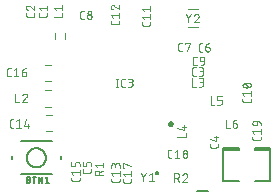
<source format=gbr>
G04 EAGLE Gerber RS-274X export*
G75*
%MOMM*%
%FSLAX34Y34*%
%LPD*%
%INSilkscreen Top*%
%IPPOS*%
%AMOC8*
5,1,8,0,0,1.08239X$1,22.5*%
G01*
%ADD10C,0.250000*%
%ADD11C,0.076200*%
%ADD12C,0.120000*%
%ADD13C,0.100000*%
%ADD14C,0.200000*%
%ADD15C,0.050800*%
%ADD16C,0.203200*%
%ADD17C,0.127000*%


D10*
X148371Y63552D02*
X148373Y63622D01*
X148379Y63692D01*
X148389Y63761D01*
X148402Y63830D01*
X148420Y63898D01*
X148441Y63965D01*
X148466Y64030D01*
X148495Y64094D01*
X148527Y64157D01*
X148563Y64217D01*
X148602Y64275D01*
X148644Y64331D01*
X148689Y64385D01*
X148737Y64436D01*
X148788Y64484D01*
X148842Y64529D01*
X148898Y64571D01*
X148956Y64610D01*
X149016Y64646D01*
X149079Y64678D01*
X149143Y64707D01*
X149208Y64732D01*
X149275Y64753D01*
X149343Y64771D01*
X149412Y64784D01*
X149481Y64794D01*
X149551Y64800D01*
X149621Y64802D01*
X149691Y64800D01*
X149761Y64794D01*
X149830Y64784D01*
X149899Y64771D01*
X149967Y64753D01*
X150034Y64732D01*
X150099Y64707D01*
X150163Y64678D01*
X150226Y64646D01*
X150286Y64610D01*
X150344Y64571D01*
X150400Y64529D01*
X150454Y64484D01*
X150505Y64436D01*
X150553Y64385D01*
X150598Y64331D01*
X150640Y64275D01*
X150679Y64217D01*
X150715Y64157D01*
X150747Y64094D01*
X150776Y64030D01*
X150801Y63965D01*
X150822Y63898D01*
X150840Y63830D01*
X150853Y63761D01*
X150863Y63692D01*
X150869Y63622D01*
X150871Y63552D01*
X150869Y63482D01*
X150863Y63412D01*
X150853Y63343D01*
X150840Y63274D01*
X150822Y63206D01*
X150801Y63139D01*
X150776Y63074D01*
X150747Y63010D01*
X150715Y62947D01*
X150679Y62887D01*
X150640Y62829D01*
X150598Y62773D01*
X150553Y62719D01*
X150505Y62668D01*
X150454Y62620D01*
X150400Y62575D01*
X150344Y62533D01*
X150286Y62494D01*
X150226Y62458D01*
X150163Y62426D01*
X150099Y62397D01*
X150034Y62372D01*
X149967Y62351D01*
X149899Y62333D01*
X149830Y62320D01*
X149761Y62310D01*
X149691Y62304D01*
X149621Y62302D01*
X149551Y62304D01*
X149481Y62310D01*
X149412Y62320D01*
X149343Y62333D01*
X149275Y62351D01*
X149208Y62372D01*
X149143Y62397D01*
X149079Y62426D01*
X149016Y62458D01*
X148956Y62494D01*
X148898Y62533D01*
X148842Y62575D01*
X148788Y62620D01*
X148737Y62668D01*
X148689Y62719D01*
X148644Y62773D01*
X148602Y62829D01*
X148563Y62887D01*
X148527Y62947D01*
X148495Y63010D01*
X148466Y63074D01*
X148441Y63139D01*
X148420Y63206D01*
X148402Y63274D01*
X148389Y63343D01*
X148379Y63412D01*
X148373Y63482D01*
X148371Y63552D01*
D11*
X104699Y95123D02*
X104699Y101981D01*
X103937Y95123D02*
X105461Y95123D01*
X105461Y101981D02*
X103937Y101981D01*
X109782Y95123D02*
X111306Y95123D01*
X109782Y95123D02*
X109705Y95125D01*
X109628Y95131D01*
X109551Y95141D01*
X109475Y95154D01*
X109400Y95172D01*
X109326Y95193D01*
X109253Y95218D01*
X109181Y95247D01*
X109111Y95279D01*
X109042Y95314D01*
X108976Y95354D01*
X108911Y95396D01*
X108849Y95442D01*
X108789Y95491D01*
X108732Y95542D01*
X108677Y95597D01*
X108626Y95654D01*
X108577Y95714D01*
X108531Y95776D01*
X108489Y95841D01*
X108449Y95907D01*
X108414Y95976D01*
X108382Y96046D01*
X108353Y96118D01*
X108328Y96191D01*
X108307Y96265D01*
X108289Y96340D01*
X108276Y96416D01*
X108266Y96493D01*
X108260Y96570D01*
X108258Y96647D01*
X108258Y100457D01*
X108260Y100534D01*
X108266Y100611D01*
X108276Y100688D01*
X108289Y100764D01*
X108307Y100839D01*
X108328Y100913D01*
X108353Y100986D01*
X108382Y101058D01*
X108414Y101128D01*
X108449Y101197D01*
X108489Y101263D01*
X108531Y101328D01*
X108577Y101390D01*
X108626Y101450D01*
X108677Y101507D01*
X108732Y101562D01*
X108789Y101613D01*
X108849Y101662D01*
X108911Y101708D01*
X108976Y101750D01*
X109042Y101790D01*
X109111Y101825D01*
X109181Y101857D01*
X109253Y101886D01*
X109326Y101911D01*
X109400Y101932D01*
X109475Y101950D01*
X109551Y101963D01*
X109628Y101973D01*
X109705Y101979D01*
X109782Y101981D01*
X111306Y101981D01*
X113995Y95123D02*
X115900Y95123D01*
X115985Y95125D01*
X116071Y95131D01*
X116156Y95140D01*
X116240Y95154D01*
X116324Y95171D01*
X116407Y95192D01*
X116489Y95216D01*
X116569Y95244D01*
X116649Y95276D01*
X116727Y95312D01*
X116803Y95350D01*
X116877Y95393D01*
X116949Y95438D01*
X117020Y95487D01*
X117088Y95539D01*
X117153Y95593D01*
X117216Y95651D01*
X117277Y95712D01*
X117335Y95775D01*
X117389Y95840D01*
X117441Y95908D01*
X117490Y95979D01*
X117535Y96051D01*
X117578Y96125D01*
X117616Y96201D01*
X117652Y96279D01*
X117684Y96359D01*
X117712Y96439D01*
X117736Y96521D01*
X117757Y96604D01*
X117774Y96688D01*
X117788Y96772D01*
X117797Y96857D01*
X117803Y96943D01*
X117805Y97028D01*
X117803Y97113D01*
X117797Y97199D01*
X117788Y97284D01*
X117774Y97368D01*
X117757Y97452D01*
X117736Y97535D01*
X117712Y97617D01*
X117684Y97697D01*
X117652Y97777D01*
X117616Y97855D01*
X117578Y97931D01*
X117535Y98005D01*
X117490Y98077D01*
X117441Y98148D01*
X117389Y98216D01*
X117335Y98281D01*
X117277Y98344D01*
X117216Y98405D01*
X117153Y98463D01*
X117088Y98517D01*
X117020Y98569D01*
X116949Y98618D01*
X116877Y98663D01*
X116803Y98706D01*
X116727Y98744D01*
X116649Y98780D01*
X116569Y98812D01*
X116489Y98840D01*
X116407Y98864D01*
X116324Y98885D01*
X116240Y98902D01*
X116156Y98916D01*
X116071Y98925D01*
X115985Y98931D01*
X115900Y98933D01*
X116281Y101981D02*
X113995Y101981D01*
X116281Y101981D02*
X116358Y101979D01*
X116435Y101973D01*
X116512Y101963D01*
X116588Y101950D01*
X116663Y101932D01*
X116737Y101911D01*
X116810Y101886D01*
X116882Y101857D01*
X116952Y101825D01*
X117021Y101790D01*
X117087Y101750D01*
X117152Y101708D01*
X117214Y101662D01*
X117274Y101613D01*
X117331Y101562D01*
X117386Y101507D01*
X117437Y101450D01*
X117486Y101390D01*
X117532Y101328D01*
X117574Y101263D01*
X117614Y101197D01*
X117649Y101128D01*
X117681Y101058D01*
X117710Y100986D01*
X117735Y100913D01*
X117756Y100839D01*
X117774Y100764D01*
X117787Y100688D01*
X117797Y100611D01*
X117803Y100534D01*
X117805Y100457D01*
X117803Y100380D01*
X117797Y100303D01*
X117787Y100226D01*
X117774Y100150D01*
X117756Y100075D01*
X117735Y100001D01*
X117710Y99928D01*
X117681Y99856D01*
X117649Y99786D01*
X117614Y99717D01*
X117574Y99651D01*
X117532Y99586D01*
X117486Y99524D01*
X117437Y99464D01*
X117386Y99407D01*
X117331Y99352D01*
X117274Y99301D01*
X117214Y99252D01*
X117152Y99206D01*
X117087Y99164D01*
X117021Y99124D01*
X116952Y99089D01*
X116882Y99057D01*
X116810Y99028D01*
X116737Y99003D01*
X116663Y98982D01*
X116588Y98964D01*
X116512Y98951D01*
X116435Y98941D01*
X116358Y98935D01*
X116281Y98933D01*
X114757Y98933D01*
X45212Y155575D02*
X45212Y157099D01*
X45212Y155575D02*
X45210Y155498D01*
X45204Y155421D01*
X45194Y155344D01*
X45181Y155268D01*
X45163Y155193D01*
X45142Y155119D01*
X45117Y155046D01*
X45088Y154974D01*
X45056Y154904D01*
X45021Y154835D01*
X44981Y154769D01*
X44939Y154704D01*
X44893Y154642D01*
X44844Y154582D01*
X44793Y154525D01*
X44738Y154470D01*
X44681Y154419D01*
X44621Y154370D01*
X44559Y154324D01*
X44494Y154282D01*
X44428Y154242D01*
X44359Y154207D01*
X44289Y154175D01*
X44217Y154146D01*
X44144Y154121D01*
X44070Y154100D01*
X43995Y154082D01*
X43919Y154069D01*
X43842Y154059D01*
X43765Y154053D01*
X43688Y154051D01*
X39878Y154051D01*
X39801Y154053D01*
X39724Y154059D01*
X39647Y154069D01*
X39571Y154082D01*
X39496Y154100D01*
X39422Y154121D01*
X39349Y154146D01*
X39277Y154175D01*
X39207Y154207D01*
X39138Y154242D01*
X39072Y154282D01*
X39007Y154324D01*
X38945Y154370D01*
X38885Y154419D01*
X38828Y154470D01*
X38773Y154525D01*
X38722Y154582D01*
X38673Y154642D01*
X38627Y154704D01*
X38585Y154769D01*
X38545Y154835D01*
X38510Y154904D01*
X38478Y154974D01*
X38449Y155046D01*
X38424Y155119D01*
X38403Y155193D01*
X38385Y155268D01*
X38372Y155344D01*
X38362Y155421D01*
X38356Y155498D01*
X38354Y155575D01*
X38354Y157099D01*
X39878Y159788D02*
X38354Y161693D01*
X45212Y161693D01*
X45212Y159788D02*
X45212Y163598D01*
X34544Y157204D02*
X34544Y155680D01*
X34542Y155603D01*
X34536Y155526D01*
X34526Y155449D01*
X34513Y155373D01*
X34495Y155298D01*
X34474Y155224D01*
X34449Y155151D01*
X34420Y155079D01*
X34388Y155009D01*
X34353Y154940D01*
X34313Y154874D01*
X34271Y154809D01*
X34225Y154747D01*
X34176Y154687D01*
X34125Y154630D01*
X34070Y154575D01*
X34013Y154524D01*
X33953Y154475D01*
X33891Y154429D01*
X33826Y154387D01*
X33760Y154347D01*
X33691Y154312D01*
X33621Y154280D01*
X33549Y154251D01*
X33476Y154226D01*
X33402Y154205D01*
X33327Y154187D01*
X33251Y154174D01*
X33174Y154164D01*
X33097Y154158D01*
X33020Y154156D01*
X29210Y154156D01*
X29133Y154158D01*
X29056Y154164D01*
X28979Y154174D01*
X28903Y154187D01*
X28828Y154205D01*
X28754Y154226D01*
X28681Y154251D01*
X28609Y154280D01*
X28539Y154312D01*
X28470Y154347D01*
X28404Y154387D01*
X28339Y154429D01*
X28277Y154475D01*
X28217Y154524D01*
X28160Y154575D01*
X28105Y154630D01*
X28054Y154687D01*
X28005Y154747D01*
X27959Y154809D01*
X27917Y154874D01*
X27877Y154940D01*
X27842Y155009D01*
X27810Y155079D01*
X27781Y155151D01*
X27756Y155224D01*
X27735Y155298D01*
X27717Y155373D01*
X27704Y155449D01*
X27694Y155526D01*
X27688Y155603D01*
X27686Y155680D01*
X27686Y157204D01*
X27686Y161989D02*
X27688Y162071D01*
X27694Y162152D01*
X27703Y162233D01*
X27717Y162314D01*
X27734Y162393D01*
X27755Y162472D01*
X27780Y162550D01*
X27809Y162626D01*
X27841Y162701D01*
X27877Y162775D01*
X27916Y162847D01*
X27958Y162916D01*
X28004Y162984D01*
X28053Y163049D01*
X28105Y163112D01*
X28160Y163172D01*
X28218Y163230D01*
X28278Y163285D01*
X28341Y163337D01*
X28406Y163386D01*
X28474Y163432D01*
X28544Y163474D01*
X28615Y163513D01*
X28689Y163549D01*
X28764Y163581D01*
X28840Y163610D01*
X28918Y163635D01*
X28997Y163656D01*
X29076Y163673D01*
X29157Y163687D01*
X29238Y163696D01*
X29319Y163702D01*
X29401Y163704D01*
X27686Y161989D02*
X27688Y161897D01*
X27694Y161805D01*
X27703Y161713D01*
X27717Y161621D01*
X27734Y161531D01*
X27755Y161441D01*
X27780Y161352D01*
X27809Y161264D01*
X27841Y161177D01*
X27877Y161092D01*
X27916Y161009D01*
X27959Y160927D01*
X28005Y160847D01*
X28055Y160769D01*
X28107Y160693D01*
X28163Y160620D01*
X28222Y160549D01*
X28284Y160480D01*
X28349Y160414D01*
X28416Y160351D01*
X28486Y160291D01*
X28558Y160233D01*
X28633Y160179D01*
X28710Y160128D01*
X28789Y160080D01*
X28870Y160036D01*
X28953Y159995D01*
X29037Y159957D01*
X29123Y159923D01*
X29210Y159893D01*
X30735Y163132D02*
X30676Y163191D01*
X30615Y163247D01*
X30552Y163300D01*
X30486Y163351D01*
X30418Y163398D01*
X30348Y163442D01*
X30276Y163483D01*
X30202Y163521D01*
X30127Y163555D01*
X30050Y163586D01*
X29972Y163613D01*
X29892Y163637D01*
X29812Y163658D01*
X29731Y163674D01*
X29649Y163687D01*
X29567Y163697D01*
X29484Y163702D01*
X29401Y163704D01*
X30734Y163132D02*
X34544Y159893D01*
X34544Y163703D01*
X85979Y20243D02*
X92837Y20243D01*
X85979Y20243D02*
X85979Y22148D01*
X85981Y22233D01*
X85987Y22319D01*
X85996Y22404D01*
X86010Y22488D01*
X86027Y22572D01*
X86048Y22655D01*
X86072Y22737D01*
X86100Y22817D01*
X86132Y22897D01*
X86168Y22975D01*
X86206Y23051D01*
X86249Y23125D01*
X86294Y23197D01*
X86343Y23268D01*
X86395Y23336D01*
X86449Y23401D01*
X86507Y23464D01*
X86568Y23525D01*
X86631Y23583D01*
X86696Y23637D01*
X86764Y23689D01*
X86835Y23738D01*
X86907Y23783D01*
X86981Y23826D01*
X87057Y23864D01*
X87135Y23900D01*
X87215Y23932D01*
X87295Y23960D01*
X87377Y23984D01*
X87460Y24005D01*
X87544Y24022D01*
X87628Y24036D01*
X87713Y24045D01*
X87799Y24051D01*
X87884Y24053D01*
X87969Y24051D01*
X88055Y24045D01*
X88140Y24036D01*
X88224Y24022D01*
X88308Y24005D01*
X88391Y23984D01*
X88473Y23960D01*
X88553Y23932D01*
X88633Y23900D01*
X88711Y23864D01*
X88787Y23826D01*
X88861Y23783D01*
X88933Y23738D01*
X89004Y23689D01*
X89072Y23637D01*
X89137Y23583D01*
X89200Y23525D01*
X89261Y23464D01*
X89319Y23401D01*
X89373Y23336D01*
X89425Y23268D01*
X89474Y23197D01*
X89519Y23125D01*
X89562Y23051D01*
X89600Y22975D01*
X89636Y22897D01*
X89668Y22817D01*
X89696Y22737D01*
X89720Y22655D01*
X89741Y22572D01*
X89758Y22488D01*
X89772Y22404D01*
X89781Y22319D01*
X89787Y22233D01*
X89789Y22148D01*
X89789Y20243D01*
X89789Y22529D02*
X92837Y24053D01*
X87503Y27051D02*
X85979Y28956D01*
X92837Y28956D01*
X92837Y27051D02*
X92837Y30861D01*
X82423Y25124D02*
X82423Y23600D01*
X82421Y23523D01*
X82415Y23446D01*
X82405Y23369D01*
X82392Y23293D01*
X82374Y23218D01*
X82353Y23144D01*
X82328Y23071D01*
X82299Y22999D01*
X82267Y22929D01*
X82232Y22860D01*
X82192Y22794D01*
X82150Y22729D01*
X82104Y22667D01*
X82055Y22607D01*
X82004Y22550D01*
X81949Y22495D01*
X81892Y22444D01*
X81832Y22395D01*
X81770Y22349D01*
X81705Y22307D01*
X81639Y22267D01*
X81570Y22232D01*
X81500Y22200D01*
X81428Y22171D01*
X81355Y22146D01*
X81281Y22125D01*
X81206Y22107D01*
X81130Y22094D01*
X81053Y22084D01*
X80976Y22078D01*
X80899Y22076D01*
X77089Y22076D01*
X77012Y22078D01*
X76935Y22084D01*
X76858Y22094D01*
X76782Y22107D01*
X76707Y22125D01*
X76633Y22146D01*
X76560Y22171D01*
X76488Y22200D01*
X76418Y22232D01*
X76349Y22267D01*
X76283Y22307D01*
X76218Y22349D01*
X76156Y22395D01*
X76096Y22444D01*
X76039Y22495D01*
X75984Y22550D01*
X75933Y22607D01*
X75884Y22667D01*
X75838Y22729D01*
X75796Y22794D01*
X75756Y22860D01*
X75721Y22929D01*
X75689Y22999D01*
X75660Y23071D01*
X75635Y23144D01*
X75614Y23218D01*
X75596Y23293D01*
X75583Y23369D01*
X75573Y23446D01*
X75567Y23523D01*
X75565Y23600D01*
X75565Y25124D01*
X82423Y27813D02*
X82423Y30099D01*
X82421Y30176D01*
X82415Y30253D01*
X82405Y30330D01*
X82392Y30406D01*
X82374Y30481D01*
X82353Y30555D01*
X82328Y30628D01*
X82299Y30700D01*
X82267Y30770D01*
X82232Y30839D01*
X82192Y30905D01*
X82150Y30970D01*
X82104Y31032D01*
X82055Y31092D01*
X82004Y31149D01*
X81949Y31204D01*
X81892Y31255D01*
X81832Y31304D01*
X81770Y31350D01*
X81705Y31392D01*
X81639Y31432D01*
X81570Y31467D01*
X81500Y31499D01*
X81428Y31528D01*
X81355Y31553D01*
X81281Y31574D01*
X81206Y31592D01*
X81130Y31605D01*
X81053Y31615D01*
X80976Y31621D01*
X80899Y31623D01*
X80137Y31623D01*
X80060Y31621D01*
X79983Y31615D01*
X79906Y31605D01*
X79830Y31592D01*
X79755Y31574D01*
X79681Y31553D01*
X79608Y31528D01*
X79536Y31499D01*
X79466Y31467D01*
X79397Y31432D01*
X79331Y31392D01*
X79266Y31350D01*
X79204Y31304D01*
X79144Y31255D01*
X79087Y31204D01*
X79032Y31149D01*
X78981Y31092D01*
X78932Y31032D01*
X78886Y30970D01*
X78844Y30905D01*
X78804Y30839D01*
X78769Y30770D01*
X78737Y30700D01*
X78708Y30628D01*
X78683Y30555D01*
X78662Y30481D01*
X78644Y30406D01*
X78631Y30330D01*
X78621Y30253D01*
X78615Y30176D01*
X78613Y30099D01*
X78613Y27813D01*
X75565Y27813D01*
X75565Y31623D01*
X75057Y152400D02*
X76581Y152400D01*
X75057Y152400D02*
X74980Y152402D01*
X74903Y152408D01*
X74826Y152418D01*
X74750Y152431D01*
X74675Y152449D01*
X74601Y152470D01*
X74528Y152495D01*
X74456Y152524D01*
X74386Y152556D01*
X74317Y152591D01*
X74251Y152631D01*
X74186Y152673D01*
X74124Y152719D01*
X74064Y152768D01*
X74007Y152819D01*
X73952Y152874D01*
X73901Y152931D01*
X73852Y152991D01*
X73806Y153053D01*
X73764Y153118D01*
X73724Y153184D01*
X73689Y153253D01*
X73657Y153323D01*
X73628Y153395D01*
X73603Y153468D01*
X73582Y153542D01*
X73564Y153617D01*
X73551Y153693D01*
X73541Y153770D01*
X73535Y153847D01*
X73533Y153924D01*
X73533Y157734D01*
X73535Y157811D01*
X73541Y157888D01*
X73551Y157965D01*
X73564Y158041D01*
X73582Y158116D01*
X73603Y158190D01*
X73628Y158263D01*
X73657Y158335D01*
X73689Y158405D01*
X73724Y158474D01*
X73764Y158540D01*
X73806Y158605D01*
X73852Y158667D01*
X73901Y158727D01*
X73952Y158784D01*
X74007Y158839D01*
X74064Y158890D01*
X74124Y158939D01*
X74186Y158985D01*
X74251Y159027D01*
X74317Y159067D01*
X74386Y159102D01*
X74456Y159134D01*
X74528Y159163D01*
X74601Y159188D01*
X74675Y159209D01*
X74750Y159227D01*
X74826Y159240D01*
X74903Y159250D01*
X74980Y159256D01*
X75057Y159258D01*
X76581Y159258D01*
X79270Y154305D02*
X79272Y154390D01*
X79278Y154476D01*
X79287Y154561D01*
X79301Y154645D01*
X79318Y154729D01*
X79339Y154812D01*
X79363Y154894D01*
X79391Y154974D01*
X79423Y155054D01*
X79459Y155132D01*
X79497Y155208D01*
X79540Y155282D01*
X79585Y155354D01*
X79634Y155425D01*
X79686Y155493D01*
X79740Y155558D01*
X79798Y155621D01*
X79859Y155682D01*
X79922Y155740D01*
X79987Y155794D01*
X80055Y155846D01*
X80126Y155895D01*
X80198Y155940D01*
X80272Y155983D01*
X80348Y156021D01*
X80426Y156057D01*
X80506Y156089D01*
X80586Y156117D01*
X80668Y156141D01*
X80751Y156162D01*
X80835Y156179D01*
X80919Y156193D01*
X81004Y156202D01*
X81090Y156208D01*
X81175Y156210D01*
X81260Y156208D01*
X81346Y156202D01*
X81431Y156193D01*
X81515Y156179D01*
X81599Y156162D01*
X81682Y156141D01*
X81764Y156117D01*
X81844Y156089D01*
X81924Y156057D01*
X82002Y156021D01*
X82078Y155983D01*
X82152Y155940D01*
X82224Y155895D01*
X82295Y155846D01*
X82363Y155794D01*
X82428Y155740D01*
X82491Y155682D01*
X82552Y155621D01*
X82610Y155558D01*
X82664Y155493D01*
X82716Y155425D01*
X82765Y155354D01*
X82810Y155282D01*
X82853Y155208D01*
X82891Y155132D01*
X82927Y155054D01*
X82959Y154974D01*
X82987Y154894D01*
X83011Y154812D01*
X83032Y154729D01*
X83049Y154645D01*
X83063Y154561D01*
X83072Y154476D01*
X83078Y154390D01*
X83080Y154305D01*
X83078Y154220D01*
X83072Y154134D01*
X83063Y154049D01*
X83049Y153965D01*
X83032Y153881D01*
X83011Y153798D01*
X82987Y153716D01*
X82959Y153636D01*
X82927Y153556D01*
X82891Y153478D01*
X82853Y153402D01*
X82810Y153328D01*
X82765Y153256D01*
X82716Y153185D01*
X82664Y153117D01*
X82610Y153052D01*
X82552Y152989D01*
X82491Y152928D01*
X82428Y152870D01*
X82363Y152816D01*
X82295Y152764D01*
X82224Y152715D01*
X82152Y152670D01*
X82078Y152627D01*
X82002Y152589D01*
X81924Y152553D01*
X81844Y152521D01*
X81764Y152493D01*
X81682Y152469D01*
X81599Y152448D01*
X81515Y152431D01*
X81431Y152417D01*
X81346Y152408D01*
X81260Y152402D01*
X81175Y152400D01*
X81090Y152402D01*
X81004Y152408D01*
X80919Y152417D01*
X80835Y152431D01*
X80751Y152448D01*
X80668Y152469D01*
X80586Y152493D01*
X80506Y152521D01*
X80426Y152553D01*
X80348Y152589D01*
X80272Y152627D01*
X80198Y152670D01*
X80126Y152715D01*
X80055Y152764D01*
X79987Y152816D01*
X79922Y152870D01*
X79859Y152928D01*
X79798Y152989D01*
X79740Y153052D01*
X79686Y153117D01*
X79634Y153185D01*
X79585Y153256D01*
X79540Y153328D01*
X79497Y153402D01*
X79459Y153478D01*
X79423Y153556D01*
X79391Y153636D01*
X79363Y153716D01*
X79339Y153798D01*
X79318Y153881D01*
X79301Y153965D01*
X79287Y154049D01*
X79278Y154134D01*
X79272Y154220D01*
X79270Y154305D01*
X79651Y157734D02*
X79653Y157811D01*
X79659Y157888D01*
X79669Y157965D01*
X79682Y158041D01*
X79700Y158116D01*
X79721Y158190D01*
X79746Y158263D01*
X79775Y158335D01*
X79807Y158405D01*
X79842Y158474D01*
X79882Y158540D01*
X79924Y158605D01*
X79970Y158667D01*
X80019Y158727D01*
X80070Y158784D01*
X80125Y158839D01*
X80182Y158890D01*
X80242Y158939D01*
X80304Y158985D01*
X80369Y159027D01*
X80435Y159067D01*
X80504Y159102D01*
X80574Y159134D01*
X80646Y159163D01*
X80719Y159188D01*
X80793Y159209D01*
X80868Y159227D01*
X80944Y159240D01*
X81021Y159250D01*
X81098Y159256D01*
X81175Y159258D01*
X81252Y159256D01*
X81329Y159250D01*
X81406Y159240D01*
X81482Y159227D01*
X81557Y159209D01*
X81631Y159188D01*
X81704Y159163D01*
X81776Y159134D01*
X81846Y159102D01*
X81915Y159067D01*
X81981Y159027D01*
X82046Y158985D01*
X82108Y158939D01*
X82168Y158890D01*
X82225Y158839D01*
X82280Y158784D01*
X82331Y158727D01*
X82380Y158667D01*
X82426Y158605D01*
X82468Y158540D01*
X82508Y158474D01*
X82543Y158405D01*
X82575Y158335D01*
X82604Y158263D01*
X82629Y158190D01*
X82650Y158116D01*
X82668Y158041D01*
X82681Y157965D01*
X82691Y157888D01*
X82697Y157811D01*
X82699Y157734D01*
X82697Y157657D01*
X82691Y157580D01*
X82681Y157503D01*
X82668Y157427D01*
X82650Y157352D01*
X82629Y157278D01*
X82604Y157205D01*
X82575Y157133D01*
X82543Y157063D01*
X82508Y156994D01*
X82468Y156928D01*
X82426Y156863D01*
X82380Y156801D01*
X82331Y156741D01*
X82280Y156684D01*
X82225Y156629D01*
X82168Y156578D01*
X82108Y156529D01*
X82046Y156483D01*
X81981Y156441D01*
X81915Y156401D01*
X81846Y156366D01*
X81776Y156334D01*
X81704Y156305D01*
X81631Y156280D01*
X81557Y156259D01*
X81482Y156241D01*
X81406Y156228D01*
X81329Y156218D01*
X81252Y156212D01*
X81175Y156210D01*
X81098Y156212D01*
X81021Y156218D01*
X80944Y156228D01*
X80868Y156241D01*
X80793Y156259D01*
X80719Y156280D01*
X80646Y156305D01*
X80574Y156334D01*
X80504Y156366D01*
X80435Y156401D01*
X80369Y156441D01*
X80304Y156483D01*
X80242Y156529D01*
X80182Y156578D01*
X80125Y156629D01*
X80070Y156684D01*
X80019Y156741D01*
X79970Y156801D01*
X79924Y156863D01*
X79882Y156928D01*
X79842Y156994D01*
X79807Y157063D01*
X79775Y157133D01*
X79746Y157205D01*
X79721Y157278D01*
X79700Y157352D01*
X79682Y157427D01*
X79669Y157503D01*
X79659Y157580D01*
X79653Y157657D01*
X79651Y157734D01*
X175238Y124841D02*
X176762Y124841D01*
X175238Y124841D02*
X175161Y124843D01*
X175084Y124849D01*
X175007Y124859D01*
X174931Y124872D01*
X174856Y124890D01*
X174782Y124911D01*
X174709Y124936D01*
X174637Y124965D01*
X174567Y124997D01*
X174498Y125032D01*
X174432Y125072D01*
X174367Y125114D01*
X174305Y125160D01*
X174245Y125209D01*
X174188Y125260D01*
X174133Y125315D01*
X174082Y125372D01*
X174033Y125432D01*
X173987Y125494D01*
X173945Y125559D01*
X173905Y125625D01*
X173870Y125694D01*
X173838Y125764D01*
X173809Y125836D01*
X173784Y125909D01*
X173763Y125983D01*
X173745Y126058D01*
X173732Y126134D01*
X173722Y126211D01*
X173716Y126288D01*
X173714Y126365D01*
X173714Y130175D01*
X173716Y130252D01*
X173722Y130329D01*
X173732Y130406D01*
X173745Y130482D01*
X173763Y130557D01*
X173784Y130631D01*
X173809Y130704D01*
X173838Y130776D01*
X173870Y130846D01*
X173905Y130915D01*
X173945Y130981D01*
X173987Y131046D01*
X174033Y131108D01*
X174082Y131168D01*
X174133Y131225D01*
X174188Y131280D01*
X174245Y131331D01*
X174305Y131380D01*
X174367Y131426D01*
X174432Y131468D01*
X174498Y131508D01*
X174567Y131543D01*
X174637Y131575D01*
X174709Y131604D01*
X174782Y131629D01*
X174856Y131650D01*
X174931Y131668D01*
X175007Y131681D01*
X175084Y131691D01*
X175161Y131697D01*
X175238Y131699D01*
X176762Y131699D01*
X179451Y128651D02*
X181737Y128651D01*
X181814Y128649D01*
X181891Y128643D01*
X181968Y128633D01*
X182044Y128620D01*
X182119Y128602D01*
X182193Y128581D01*
X182266Y128556D01*
X182338Y128527D01*
X182408Y128495D01*
X182477Y128460D01*
X182543Y128420D01*
X182608Y128378D01*
X182670Y128332D01*
X182730Y128283D01*
X182787Y128232D01*
X182842Y128177D01*
X182893Y128120D01*
X182942Y128060D01*
X182988Y127998D01*
X183030Y127933D01*
X183070Y127867D01*
X183105Y127798D01*
X183137Y127728D01*
X183166Y127656D01*
X183191Y127583D01*
X183212Y127509D01*
X183230Y127434D01*
X183243Y127358D01*
X183253Y127281D01*
X183259Y127204D01*
X183261Y127127D01*
X183261Y126746D01*
X183259Y126661D01*
X183253Y126575D01*
X183244Y126490D01*
X183230Y126406D01*
X183213Y126322D01*
X183192Y126239D01*
X183168Y126157D01*
X183140Y126077D01*
X183108Y125997D01*
X183072Y125919D01*
X183034Y125843D01*
X182991Y125769D01*
X182946Y125697D01*
X182897Y125626D01*
X182845Y125558D01*
X182791Y125493D01*
X182733Y125430D01*
X182672Y125369D01*
X182609Y125311D01*
X182544Y125257D01*
X182476Y125205D01*
X182405Y125156D01*
X182333Y125111D01*
X182259Y125068D01*
X182183Y125030D01*
X182105Y124994D01*
X182025Y124962D01*
X181945Y124934D01*
X181863Y124910D01*
X181780Y124889D01*
X181696Y124872D01*
X181612Y124858D01*
X181527Y124849D01*
X181441Y124843D01*
X181356Y124841D01*
X181271Y124843D01*
X181185Y124849D01*
X181100Y124858D01*
X181016Y124872D01*
X180932Y124889D01*
X180849Y124910D01*
X180767Y124934D01*
X180687Y124962D01*
X180607Y124994D01*
X180529Y125030D01*
X180453Y125068D01*
X180379Y125111D01*
X180307Y125156D01*
X180236Y125205D01*
X180168Y125257D01*
X180103Y125311D01*
X180040Y125369D01*
X179979Y125430D01*
X179921Y125493D01*
X179867Y125558D01*
X179815Y125626D01*
X179766Y125697D01*
X179721Y125769D01*
X179678Y125843D01*
X179640Y125919D01*
X179604Y125997D01*
X179572Y126077D01*
X179544Y126157D01*
X179520Y126239D01*
X179499Y126322D01*
X179482Y126406D01*
X179468Y126490D01*
X179459Y126575D01*
X179453Y126661D01*
X179451Y126746D01*
X179451Y128651D01*
X179453Y128760D01*
X179459Y128868D01*
X179468Y128977D01*
X179482Y129085D01*
X179499Y129192D01*
X179521Y129299D01*
X179546Y129405D01*
X179574Y129510D01*
X179607Y129614D01*
X179643Y129716D01*
X179683Y129817D01*
X179726Y129917D01*
X179773Y130015D01*
X179824Y130112D01*
X179878Y130206D01*
X179935Y130299D01*
X179995Y130389D01*
X180059Y130478D01*
X180126Y130564D01*
X180195Y130647D01*
X180268Y130728D01*
X180344Y130806D01*
X180422Y130882D01*
X180503Y130955D01*
X180586Y131024D01*
X180672Y131091D01*
X180761Y131155D01*
X180851Y131215D01*
X180944Y131272D01*
X181038Y131326D01*
X181135Y131377D01*
X181233Y131424D01*
X181333Y131467D01*
X181434Y131507D01*
X181536Y131543D01*
X181640Y131576D01*
X181745Y131604D01*
X181851Y131629D01*
X181958Y131651D01*
X182065Y131668D01*
X182173Y131682D01*
X182282Y131691D01*
X182390Y131697D01*
X182499Y131699D01*
X159639Y125222D02*
X158115Y125222D01*
X158038Y125224D01*
X157961Y125230D01*
X157884Y125240D01*
X157808Y125253D01*
X157733Y125271D01*
X157659Y125292D01*
X157586Y125317D01*
X157514Y125346D01*
X157444Y125378D01*
X157375Y125413D01*
X157309Y125453D01*
X157244Y125495D01*
X157182Y125541D01*
X157122Y125590D01*
X157065Y125641D01*
X157010Y125696D01*
X156959Y125753D01*
X156910Y125813D01*
X156864Y125875D01*
X156822Y125940D01*
X156782Y126006D01*
X156747Y126075D01*
X156715Y126145D01*
X156686Y126217D01*
X156661Y126290D01*
X156640Y126364D01*
X156622Y126439D01*
X156609Y126515D01*
X156599Y126592D01*
X156593Y126669D01*
X156591Y126746D01*
X156591Y130556D01*
X156593Y130633D01*
X156599Y130710D01*
X156609Y130787D01*
X156622Y130863D01*
X156640Y130938D01*
X156661Y131012D01*
X156686Y131085D01*
X156715Y131157D01*
X156747Y131227D01*
X156782Y131296D01*
X156822Y131362D01*
X156864Y131427D01*
X156910Y131489D01*
X156959Y131549D01*
X157010Y131606D01*
X157065Y131661D01*
X157122Y131712D01*
X157182Y131761D01*
X157244Y131807D01*
X157309Y131849D01*
X157375Y131889D01*
X157444Y131924D01*
X157514Y131956D01*
X157586Y131985D01*
X157659Y132010D01*
X157733Y132031D01*
X157808Y132049D01*
X157884Y132062D01*
X157961Y132072D01*
X158038Y132078D01*
X158115Y132080D01*
X159639Y132080D01*
X162328Y132080D02*
X162328Y131318D01*
X162328Y132080D02*
X166138Y132080D01*
X164233Y125222D01*
X132842Y148209D02*
X132842Y149733D01*
X132842Y148209D02*
X132840Y148132D01*
X132834Y148055D01*
X132824Y147978D01*
X132811Y147902D01*
X132793Y147827D01*
X132772Y147753D01*
X132747Y147680D01*
X132718Y147608D01*
X132686Y147538D01*
X132651Y147469D01*
X132611Y147403D01*
X132569Y147338D01*
X132523Y147276D01*
X132474Y147216D01*
X132423Y147159D01*
X132368Y147104D01*
X132311Y147053D01*
X132251Y147004D01*
X132189Y146958D01*
X132124Y146916D01*
X132058Y146876D01*
X131989Y146841D01*
X131919Y146809D01*
X131847Y146780D01*
X131774Y146755D01*
X131700Y146734D01*
X131625Y146716D01*
X131549Y146703D01*
X131472Y146693D01*
X131395Y146687D01*
X131318Y146685D01*
X127508Y146685D01*
X127431Y146687D01*
X127354Y146693D01*
X127277Y146703D01*
X127201Y146716D01*
X127126Y146734D01*
X127052Y146755D01*
X126979Y146780D01*
X126907Y146809D01*
X126837Y146841D01*
X126768Y146876D01*
X126702Y146916D01*
X126637Y146958D01*
X126575Y147004D01*
X126515Y147053D01*
X126458Y147104D01*
X126403Y147159D01*
X126352Y147216D01*
X126303Y147276D01*
X126257Y147338D01*
X126215Y147403D01*
X126175Y147469D01*
X126140Y147538D01*
X126108Y147608D01*
X126079Y147680D01*
X126054Y147753D01*
X126033Y147827D01*
X126015Y147902D01*
X126002Y147978D01*
X125992Y148055D01*
X125986Y148132D01*
X125984Y148209D01*
X125984Y149733D01*
X127508Y152422D02*
X125984Y154327D01*
X132842Y154327D01*
X132842Y152422D02*
X132842Y156232D01*
X127508Y159280D02*
X125984Y161185D01*
X132842Y161185D01*
X132842Y159280D02*
X132842Y163090D01*
X106299Y150876D02*
X106299Y149352D01*
X106297Y149275D01*
X106291Y149198D01*
X106281Y149121D01*
X106268Y149045D01*
X106250Y148970D01*
X106229Y148896D01*
X106204Y148823D01*
X106175Y148751D01*
X106143Y148681D01*
X106108Y148612D01*
X106068Y148546D01*
X106026Y148481D01*
X105980Y148419D01*
X105931Y148359D01*
X105880Y148302D01*
X105825Y148247D01*
X105768Y148196D01*
X105708Y148147D01*
X105646Y148101D01*
X105581Y148059D01*
X105515Y148019D01*
X105446Y147984D01*
X105376Y147952D01*
X105304Y147923D01*
X105231Y147898D01*
X105157Y147877D01*
X105082Y147859D01*
X105006Y147846D01*
X104929Y147836D01*
X104852Y147830D01*
X104775Y147828D01*
X100965Y147828D01*
X100888Y147830D01*
X100811Y147836D01*
X100734Y147846D01*
X100658Y147859D01*
X100583Y147877D01*
X100509Y147898D01*
X100436Y147923D01*
X100364Y147952D01*
X100294Y147984D01*
X100225Y148019D01*
X100159Y148059D01*
X100094Y148101D01*
X100032Y148147D01*
X99972Y148196D01*
X99915Y148247D01*
X99860Y148302D01*
X99809Y148359D01*
X99760Y148419D01*
X99714Y148481D01*
X99672Y148546D01*
X99632Y148612D01*
X99597Y148681D01*
X99565Y148751D01*
X99536Y148823D01*
X99511Y148896D01*
X99490Y148970D01*
X99472Y149045D01*
X99459Y149121D01*
X99449Y149198D01*
X99443Y149275D01*
X99441Y149352D01*
X99441Y150876D01*
X100965Y153565D02*
X99441Y155470D01*
X106299Y155470D01*
X106299Y153565D02*
X106299Y157375D01*
X99441Y162519D02*
X99443Y162601D01*
X99449Y162682D01*
X99458Y162763D01*
X99472Y162844D01*
X99489Y162923D01*
X99510Y163002D01*
X99535Y163080D01*
X99564Y163156D01*
X99596Y163231D01*
X99632Y163305D01*
X99671Y163377D01*
X99713Y163446D01*
X99759Y163514D01*
X99808Y163579D01*
X99860Y163642D01*
X99915Y163702D01*
X99973Y163760D01*
X100033Y163815D01*
X100096Y163867D01*
X100161Y163916D01*
X100229Y163962D01*
X100299Y164004D01*
X100370Y164043D01*
X100444Y164079D01*
X100519Y164111D01*
X100595Y164140D01*
X100673Y164165D01*
X100752Y164186D01*
X100831Y164203D01*
X100912Y164217D01*
X100993Y164226D01*
X101074Y164232D01*
X101156Y164234D01*
X99441Y162519D02*
X99443Y162427D01*
X99449Y162335D01*
X99458Y162243D01*
X99472Y162151D01*
X99489Y162061D01*
X99510Y161971D01*
X99535Y161882D01*
X99564Y161794D01*
X99596Y161707D01*
X99632Y161622D01*
X99671Y161539D01*
X99714Y161457D01*
X99760Y161377D01*
X99810Y161299D01*
X99862Y161223D01*
X99918Y161150D01*
X99977Y161079D01*
X100039Y161010D01*
X100104Y160944D01*
X100171Y160881D01*
X100241Y160821D01*
X100313Y160763D01*
X100388Y160709D01*
X100465Y160658D01*
X100544Y160610D01*
X100625Y160566D01*
X100708Y160525D01*
X100792Y160487D01*
X100878Y160453D01*
X100965Y160423D01*
X102490Y163662D02*
X102431Y163721D01*
X102370Y163777D01*
X102307Y163830D01*
X102241Y163881D01*
X102173Y163928D01*
X102103Y163972D01*
X102031Y164013D01*
X101957Y164051D01*
X101882Y164085D01*
X101805Y164116D01*
X101727Y164143D01*
X101647Y164167D01*
X101567Y164188D01*
X101486Y164204D01*
X101404Y164217D01*
X101322Y164227D01*
X101239Y164232D01*
X101156Y164234D01*
X102489Y163662D02*
X106299Y160423D01*
X106299Y164233D01*
X106807Y16996D02*
X106807Y15472D01*
X106805Y15395D01*
X106799Y15318D01*
X106789Y15241D01*
X106776Y15165D01*
X106758Y15090D01*
X106737Y15016D01*
X106712Y14943D01*
X106683Y14871D01*
X106651Y14801D01*
X106616Y14732D01*
X106576Y14666D01*
X106534Y14601D01*
X106488Y14539D01*
X106439Y14479D01*
X106388Y14422D01*
X106333Y14367D01*
X106276Y14316D01*
X106216Y14267D01*
X106154Y14221D01*
X106089Y14179D01*
X106023Y14139D01*
X105954Y14104D01*
X105884Y14072D01*
X105812Y14043D01*
X105739Y14018D01*
X105665Y13997D01*
X105590Y13979D01*
X105514Y13966D01*
X105437Y13956D01*
X105360Y13950D01*
X105283Y13948D01*
X101473Y13948D01*
X101396Y13950D01*
X101319Y13956D01*
X101242Y13966D01*
X101166Y13979D01*
X101091Y13997D01*
X101017Y14018D01*
X100944Y14043D01*
X100872Y14072D01*
X100802Y14104D01*
X100733Y14139D01*
X100667Y14179D01*
X100602Y14221D01*
X100540Y14267D01*
X100480Y14316D01*
X100423Y14367D01*
X100368Y14422D01*
X100317Y14479D01*
X100268Y14539D01*
X100222Y14601D01*
X100180Y14666D01*
X100140Y14732D01*
X100105Y14801D01*
X100073Y14871D01*
X100044Y14943D01*
X100019Y15016D01*
X99998Y15090D01*
X99980Y15165D01*
X99967Y15241D01*
X99957Y15318D01*
X99951Y15395D01*
X99949Y15472D01*
X99949Y16996D01*
X101473Y19685D02*
X99949Y21590D01*
X106807Y21590D01*
X106807Y19685D02*
X106807Y23495D01*
X106807Y26543D02*
X106807Y28448D01*
X106805Y28533D01*
X106799Y28619D01*
X106790Y28704D01*
X106776Y28788D01*
X106759Y28872D01*
X106738Y28955D01*
X106714Y29037D01*
X106686Y29117D01*
X106654Y29197D01*
X106618Y29275D01*
X106580Y29351D01*
X106537Y29425D01*
X106492Y29497D01*
X106443Y29568D01*
X106391Y29636D01*
X106337Y29701D01*
X106279Y29764D01*
X106218Y29825D01*
X106155Y29883D01*
X106090Y29937D01*
X106022Y29989D01*
X105951Y30038D01*
X105879Y30083D01*
X105805Y30126D01*
X105729Y30164D01*
X105651Y30200D01*
X105571Y30232D01*
X105491Y30260D01*
X105409Y30284D01*
X105326Y30305D01*
X105242Y30322D01*
X105158Y30336D01*
X105073Y30345D01*
X104987Y30351D01*
X104902Y30353D01*
X104817Y30351D01*
X104731Y30345D01*
X104646Y30336D01*
X104562Y30322D01*
X104478Y30305D01*
X104395Y30284D01*
X104313Y30260D01*
X104233Y30232D01*
X104153Y30200D01*
X104075Y30164D01*
X103999Y30126D01*
X103925Y30083D01*
X103853Y30038D01*
X103782Y29989D01*
X103714Y29937D01*
X103649Y29883D01*
X103586Y29825D01*
X103525Y29764D01*
X103467Y29701D01*
X103413Y29636D01*
X103361Y29568D01*
X103312Y29497D01*
X103267Y29425D01*
X103224Y29351D01*
X103186Y29275D01*
X103150Y29197D01*
X103118Y29117D01*
X103090Y29037D01*
X103066Y28955D01*
X103045Y28872D01*
X103028Y28788D01*
X103014Y28704D01*
X103005Y28619D01*
X102999Y28533D01*
X102997Y28448D01*
X99949Y28829D02*
X99949Y26543D01*
X99949Y28829D02*
X99951Y28906D01*
X99957Y28983D01*
X99967Y29060D01*
X99980Y29136D01*
X99998Y29211D01*
X100019Y29285D01*
X100044Y29358D01*
X100073Y29430D01*
X100105Y29500D01*
X100140Y29569D01*
X100180Y29635D01*
X100222Y29700D01*
X100268Y29762D01*
X100317Y29822D01*
X100368Y29879D01*
X100423Y29934D01*
X100480Y29985D01*
X100540Y30034D01*
X100602Y30080D01*
X100667Y30122D01*
X100733Y30162D01*
X100802Y30197D01*
X100872Y30229D01*
X100944Y30258D01*
X101017Y30283D01*
X101091Y30304D01*
X101166Y30322D01*
X101242Y30335D01*
X101319Y30345D01*
X101396Y30351D01*
X101473Y30353D01*
X101550Y30351D01*
X101627Y30345D01*
X101704Y30335D01*
X101780Y30322D01*
X101855Y30304D01*
X101929Y30283D01*
X102002Y30258D01*
X102074Y30229D01*
X102144Y30197D01*
X102213Y30162D01*
X102279Y30122D01*
X102344Y30080D01*
X102406Y30034D01*
X102466Y29985D01*
X102523Y29934D01*
X102578Y29879D01*
X102629Y29822D01*
X102678Y29762D01*
X102724Y29700D01*
X102766Y29635D01*
X102806Y29569D01*
X102841Y29500D01*
X102873Y29430D01*
X102902Y29358D01*
X102927Y29285D01*
X102948Y29211D01*
X102966Y29136D01*
X102979Y29060D01*
X102989Y28983D01*
X102995Y28906D01*
X102997Y28829D01*
X102997Y27305D01*
X72898Y18012D02*
X72898Y16488D01*
X72896Y16411D01*
X72890Y16334D01*
X72880Y16257D01*
X72867Y16181D01*
X72849Y16106D01*
X72828Y16032D01*
X72803Y15959D01*
X72774Y15887D01*
X72742Y15817D01*
X72707Y15748D01*
X72667Y15682D01*
X72625Y15617D01*
X72579Y15555D01*
X72530Y15495D01*
X72479Y15438D01*
X72424Y15383D01*
X72367Y15332D01*
X72307Y15283D01*
X72245Y15237D01*
X72180Y15195D01*
X72114Y15155D01*
X72045Y15120D01*
X71975Y15088D01*
X71903Y15059D01*
X71830Y15034D01*
X71756Y15013D01*
X71681Y14995D01*
X71605Y14982D01*
X71528Y14972D01*
X71451Y14966D01*
X71374Y14964D01*
X67564Y14964D01*
X67487Y14966D01*
X67410Y14972D01*
X67333Y14982D01*
X67257Y14995D01*
X67182Y15013D01*
X67108Y15034D01*
X67035Y15059D01*
X66963Y15088D01*
X66893Y15120D01*
X66824Y15155D01*
X66758Y15195D01*
X66693Y15237D01*
X66631Y15283D01*
X66571Y15332D01*
X66514Y15383D01*
X66459Y15438D01*
X66408Y15495D01*
X66359Y15555D01*
X66313Y15617D01*
X66271Y15682D01*
X66231Y15748D01*
X66196Y15817D01*
X66164Y15887D01*
X66135Y15959D01*
X66110Y16032D01*
X66089Y16106D01*
X66071Y16181D01*
X66058Y16257D01*
X66048Y16334D01*
X66042Y16411D01*
X66040Y16488D01*
X66040Y18012D01*
X67564Y20701D02*
X66040Y22606D01*
X72898Y22606D01*
X72898Y20701D02*
X72898Y24511D01*
X72898Y27559D02*
X72898Y29845D01*
X72896Y29922D01*
X72890Y29999D01*
X72880Y30076D01*
X72867Y30152D01*
X72849Y30227D01*
X72828Y30301D01*
X72803Y30374D01*
X72774Y30446D01*
X72742Y30516D01*
X72707Y30585D01*
X72667Y30651D01*
X72625Y30716D01*
X72579Y30778D01*
X72530Y30838D01*
X72479Y30895D01*
X72424Y30950D01*
X72367Y31001D01*
X72307Y31050D01*
X72245Y31096D01*
X72180Y31138D01*
X72114Y31178D01*
X72045Y31213D01*
X71975Y31245D01*
X71903Y31274D01*
X71830Y31299D01*
X71756Y31320D01*
X71681Y31338D01*
X71605Y31351D01*
X71528Y31361D01*
X71451Y31367D01*
X71374Y31369D01*
X70612Y31369D01*
X70535Y31367D01*
X70458Y31361D01*
X70381Y31351D01*
X70305Y31338D01*
X70230Y31320D01*
X70156Y31299D01*
X70083Y31274D01*
X70011Y31245D01*
X69941Y31213D01*
X69872Y31178D01*
X69806Y31138D01*
X69741Y31096D01*
X69679Y31050D01*
X69619Y31001D01*
X69562Y30950D01*
X69507Y30895D01*
X69456Y30838D01*
X69407Y30778D01*
X69361Y30716D01*
X69319Y30651D01*
X69279Y30585D01*
X69244Y30516D01*
X69212Y30446D01*
X69183Y30374D01*
X69158Y30301D01*
X69137Y30227D01*
X69119Y30152D01*
X69106Y30076D01*
X69096Y29999D01*
X69090Y29922D01*
X69088Y29845D01*
X69088Y27559D01*
X66040Y27559D01*
X66040Y31369D01*
D12*
X49921Y57262D02*
X44821Y57262D01*
X44821Y71262D02*
X49921Y71262D01*
D11*
X16764Y60452D02*
X15240Y60452D01*
X15163Y60454D01*
X15086Y60460D01*
X15009Y60470D01*
X14933Y60483D01*
X14858Y60501D01*
X14784Y60522D01*
X14711Y60547D01*
X14639Y60576D01*
X14569Y60608D01*
X14500Y60643D01*
X14434Y60683D01*
X14369Y60725D01*
X14307Y60771D01*
X14247Y60820D01*
X14190Y60871D01*
X14135Y60926D01*
X14084Y60983D01*
X14035Y61043D01*
X13989Y61105D01*
X13947Y61170D01*
X13907Y61236D01*
X13872Y61305D01*
X13840Y61375D01*
X13811Y61447D01*
X13786Y61520D01*
X13765Y61594D01*
X13747Y61669D01*
X13734Y61745D01*
X13724Y61822D01*
X13718Y61899D01*
X13716Y61976D01*
X13716Y65786D01*
X13718Y65863D01*
X13724Y65940D01*
X13734Y66017D01*
X13747Y66093D01*
X13765Y66168D01*
X13786Y66242D01*
X13811Y66315D01*
X13840Y66387D01*
X13872Y66457D01*
X13907Y66526D01*
X13947Y66592D01*
X13989Y66657D01*
X14035Y66719D01*
X14084Y66779D01*
X14135Y66836D01*
X14190Y66891D01*
X14247Y66942D01*
X14307Y66991D01*
X14369Y67037D01*
X14434Y67079D01*
X14500Y67119D01*
X14569Y67154D01*
X14639Y67186D01*
X14711Y67215D01*
X14784Y67240D01*
X14858Y67261D01*
X14933Y67279D01*
X15009Y67292D01*
X15086Y67302D01*
X15163Y67308D01*
X15240Y67310D01*
X16764Y67310D01*
X19453Y65786D02*
X21358Y67310D01*
X21358Y60452D01*
X19453Y60452D02*
X23263Y60452D01*
X26311Y61976D02*
X27835Y67310D01*
X26311Y61976D02*
X30121Y61976D01*
X28978Y63500D02*
X28978Y60452D01*
D12*
X43678Y113680D02*
X48778Y113680D01*
X48778Y99680D02*
X43678Y99680D01*
D11*
X14605Y103759D02*
X13081Y103759D01*
X13004Y103761D01*
X12927Y103767D01*
X12850Y103777D01*
X12774Y103790D01*
X12699Y103808D01*
X12625Y103829D01*
X12552Y103854D01*
X12480Y103883D01*
X12410Y103915D01*
X12341Y103950D01*
X12275Y103990D01*
X12210Y104032D01*
X12148Y104078D01*
X12088Y104127D01*
X12031Y104178D01*
X11976Y104233D01*
X11925Y104290D01*
X11876Y104350D01*
X11830Y104412D01*
X11788Y104477D01*
X11748Y104543D01*
X11713Y104612D01*
X11681Y104682D01*
X11652Y104754D01*
X11627Y104827D01*
X11606Y104901D01*
X11588Y104976D01*
X11575Y105052D01*
X11565Y105129D01*
X11559Y105206D01*
X11557Y105283D01*
X11557Y109093D01*
X11559Y109170D01*
X11565Y109247D01*
X11575Y109324D01*
X11588Y109400D01*
X11606Y109475D01*
X11627Y109549D01*
X11652Y109622D01*
X11681Y109694D01*
X11713Y109764D01*
X11748Y109833D01*
X11788Y109899D01*
X11830Y109964D01*
X11876Y110026D01*
X11925Y110086D01*
X11976Y110143D01*
X12031Y110198D01*
X12088Y110249D01*
X12148Y110298D01*
X12210Y110344D01*
X12275Y110386D01*
X12341Y110426D01*
X12410Y110461D01*
X12480Y110493D01*
X12552Y110522D01*
X12625Y110547D01*
X12699Y110568D01*
X12774Y110586D01*
X12850Y110599D01*
X12927Y110609D01*
X13004Y110615D01*
X13081Y110617D01*
X14605Y110617D01*
X17294Y109093D02*
X19199Y110617D01*
X19199Y103759D01*
X17294Y103759D02*
X21104Y103759D01*
X24152Y107569D02*
X26438Y107569D01*
X26515Y107567D01*
X26592Y107561D01*
X26669Y107551D01*
X26745Y107538D01*
X26820Y107520D01*
X26894Y107499D01*
X26967Y107474D01*
X27039Y107445D01*
X27109Y107413D01*
X27178Y107378D01*
X27244Y107338D01*
X27309Y107296D01*
X27371Y107250D01*
X27431Y107201D01*
X27488Y107150D01*
X27543Y107095D01*
X27594Y107038D01*
X27643Y106978D01*
X27689Y106916D01*
X27731Y106851D01*
X27771Y106785D01*
X27806Y106716D01*
X27838Y106646D01*
X27867Y106574D01*
X27892Y106501D01*
X27913Y106427D01*
X27931Y106352D01*
X27944Y106276D01*
X27954Y106199D01*
X27960Y106122D01*
X27962Y106045D01*
X27962Y105664D01*
X27960Y105579D01*
X27954Y105493D01*
X27945Y105408D01*
X27931Y105324D01*
X27914Y105240D01*
X27893Y105157D01*
X27869Y105075D01*
X27841Y104995D01*
X27809Y104915D01*
X27773Y104837D01*
X27735Y104761D01*
X27692Y104687D01*
X27647Y104615D01*
X27598Y104544D01*
X27546Y104476D01*
X27492Y104411D01*
X27434Y104348D01*
X27373Y104287D01*
X27310Y104229D01*
X27245Y104175D01*
X27177Y104123D01*
X27106Y104074D01*
X27034Y104029D01*
X26960Y103986D01*
X26884Y103948D01*
X26806Y103912D01*
X26726Y103880D01*
X26646Y103852D01*
X26564Y103828D01*
X26481Y103807D01*
X26397Y103790D01*
X26313Y103776D01*
X26228Y103767D01*
X26142Y103761D01*
X26057Y103759D01*
X25972Y103761D01*
X25886Y103767D01*
X25801Y103776D01*
X25717Y103790D01*
X25633Y103807D01*
X25550Y103828D01*
X25468Y103852D01*
X25388Y103880D01*
X25308Y103912D01*
X25230Y103948D01*
X25154Y103986D01*
X25080Y104029D01*
X25008Y104074D01*
X24937Y104123D01*
X24869Y104175D01*
X24804Y104229D01*
X24741Y104287D01*
X24680Y104348D01*
X24622Y104411D01*
X24568Y104476D01*
X24516Y104544D01*
X24467Y104615D01*
X24422Y104687D01*
X24379Y104761D01*
X24341Y104837D01*
X24305Y104915D01*
X24273Y104995D01*
X24245Y105075D01*
X24221Y105157D01*
X24200Y105240D01*
X24183Y105324D01*
X24169Y105408D01*
X24160Y105493D01*
X24154Y105579D01*
X24152Y105664D01*
X24152Y107569D01*
X24154Y107678D01*
X24160Y107786D01*
X24169Y107895D01*
X24183Y108003D01*
X24200Y108110D01*
X24222Y108217D01*
X24247Y108323D01*
X24275Y108428D01*
X24308Y108532D01*
X24344Y108634D01*
X24384Y108735D01*
X24427Y108835D01*
X24474Y108933D01*
X24525Y109030D01*
X24579Y109124D01*
X24636Y109217D01*
X24696Y109307D01*
X24760Y109396D01*
X24827Y109482D01*
X24896Y109565D01*
X24969Y109646D01*
X25045Y109724D01*
X25123Y109800D01*
X25204Y109873D01*
X25287Y109942D01*
X25373Y110009D01*
X25462Y110073D01*
X25552Y110133D01*
X25645Y110190D01*
X25739Y110244D01*
X25836Y110295D01*
X25934Y110342D01*
X26034Y110385D01*
X26135Y110425D01*
X26237Y110461D01*
X26341Y110494D01*
X26446Y110522D01*
X26552Y110547D01*
X26659Y110569D01*
X26766Y110586D01*
X26874Y110600D01*
X26983Y110609D01*
X27091Y110615D01*
X27200Y110617D01*
X116459Y16869D02*
X116459Y15345D01*
X116457Y15268D01*
X116451Y15191D01*
X116441Y15114D01*
X116428Y15038D01*
X116410Y14963D01*
X116389Y14889D01*
X116364Y14816D01*
X116335Y14744D01*
X116303Y14674D01*
X116268Y14605D01*
X116228Y14539D01*
X116186Y14474D01*
X116140Y14412D01*
X116091Y14352D01*
X116040Y14295D01*
X115985Y14240D01*
X115928Y14189D01*
X115868Y14140D01*
X115806Y14094D01*
X115741Y14052D01*
X115675Y14012D01*
X115606Y13977D01*
X115536Y13945D01*
X115464Y13916D01*
X115391Y13891D01*
X115317Y13870D01*
X115242Y13852D01*
X115166Y13839D01*
X115089Y13829D01*
X115012Y13823D01*
X114935Y13821D01*
X111125Y13821D01*
X111048Y13823D01*
X110971Y13829D01*
X110894Y13839D01*
X110818Y13852D01*
X110743Y13870D01*
X110669Y13891D01*
X110596Y13916D01*
X110524Y13945D01*
X110454Y13977D01*
X110385Y14012D01*
X110319Y14052D01*
X110254Y14094D01*
X110192Y14140D01*
X110132Y14189D01*
X110075Y14240D01*
X110020Y14295D01*
X109969Y14352D01*
X109920Y14412D01*
X109874Y14474D01*
X109832Y14539D01*
X109792Y14605D01*
X109757Y14674D01*
X109725Y14744D01*
X109696Y14816D01*
X109671Y14889D01*
X109650Y14963D01*
X109632Y15038D01*
X109619Y15114D01*
X109609Y15191D01*
X109603Y15268D01*
X109601Y15345D01*
X109601Y16869D01*
X111125Y19558D02*
X109601Y21463D01*
X116459Y21463D01*
X116459Y19558D02*
X116459Y23368D01*
X110363Y26416D02*
X109601Y26416D01*
X109601Y30226D01*
X116459Y28321D01*
X149225Y34798D02*
X150749Y34798D01*
X149225Y34798D02*
X149148Y34800D01*
X149071Y34806D01*
X148994Y34816D01*
X148918Y34829D01*
X148843Y34847D01*
X148769Y34868D01*
X148696Y34893D01*
X148624Y34922D01*
X148554Y34954D01*
X148485Y34989D01*
X148419Y35029D01*
X148354Y35071D01*
X148292Y35117D01*
X148232Y35166D01*
X148175Y35217D01*
X148120Y35272D01*
X148069Y35329D01*
X148020Y35389D01*
X147974Y35451D01*
X147932Y35516D01*
X147892Y35582D01*
X147857Y35651D01*
X147825Y35721D01*
X147796Y35793D01*
X147771Y35866D01*
X147750Y35940D01*
X147732Y36015D01*
X147719Y36091D01*
X147709Y36168D01*
X147703Y36245D01*
X147701Y36322D01*
X147701Y40132D01*
X147703Y40209D01*
X147709Y40286D01*
X147719Y40363D01*
X147732Y40439D01*
X147750Y40514D01*
X147771Y40588D01*
X147796Y40661D01*
X147825Y40733D01*
X147857Y40803D01*
X147892Y40872D01*
X147932Y40938D01*
X147974Y41003D01*
X148020Y41065D01*
X148069Y41125D01*
X148120Y41182D01*
X148175Y41237D01*
X148232Y41288D01*
X148292Y41337D01*
X148354Y41383D01*
X148419Y41425D01*
X148485Y41465D01*
X148554Y41500D01*
X148624Y41532D01*
X148696Y41561D01*
X148769Y41586D01*
X148843Y41607D01*
X148918Y41625D01*
X148994Y41638D01*
X149071Y41648D01*
X149148Y41654D01*
X149225Y41656D01*
X150749Y41656D01*
X153438Y40132D02*
X155343Y41656D01*
X155343Y34798D01*
X153438Y34798D02*
X157248Y34798D01*
X160296Y36703D02*
X160298Y36788D01*
X160304Y36874D01*
X160313Y36959D01*
X160327Y37043D01*
X160344Y37127D01*
X160365Y37210D01*
X160389Y37292D01*
X160417Y37372D01*
X160449Y37452D01*
X160485Y37530D01*
X160523Y37606D01*
X160566Y37680D01*
X160611Y37752D01*
X160660Y37823D01*
X160712Y37891D01*
X160766Y37956D01*
X160824Y38019D01*
X160885Y38080D01*
X160948Y38138D01*
X161013Y38192D01*
X161081Y38244D01*
X161152Y38293D01*
X161224Y38338D01*
X161298Y38381D01*
X161374Y38419D01*
X161452Y38455D01*
X161532Y38487D01*
X161612Y38515D01*
X161694Y38539D01*
X161777Y38560D01*
X161861Y38577D01*
X161945Y38591D01*
X162030Y38600D01*
X162116Y38606D01*
X162201Y38608D01*
X162286Y38606D01*
X162372Y38600D01*
X162457Y38591D01*
X162541Y38577D01*
X162625Y38560D01*
X162708Y38539D01*
X162790Y38515D01*
X162870Y38487D01*
X162950Y38455D01*
X163028Y38419D01*
X163104Y38381D01*
X163178Y38338D01*
X163250Y38293D01*
X163321Y38244D01*
X163389Y38192D01*
X163454Y38138D01*
X163517Y38080D01*
X163578Y38019D01*
X163636Y37956D01*
X163690Y37891D01*
X163742Y37823D01*
X163791Y37752D01*
X163836Y37680D01*
X163879Y37606D01*
X163917Y37530D01*
X163953Y37452D01*
X163985Y37372D01*
X164013Y37292D01*
X164037Y37210D01*
X164058Y37127D01*
X164075Y37043D01*
X164089Y36959D01*
X164098Y36874D01*
X164104Y36788D01*
X164106Y36703D01*
X164104Y36618D01*
X164098Y36532D01*
X164089Y36447D01*
X164075Y36363D01*
X164058Y36279D01*
X164037Y36196D01*
X164013Y36114D01*
X163985Y36034D01*
X163953Y35954D01*
X163917Y35876D01*
X163879Y35800D01*
X163836Y35726D01*
X163791Y35654D01*
X163742Y35583D01*
X163690Y35515D01*
X163636Y35450D01*
X163578Y35387D01*
X163517Y35326D01*
X163454Y35268D01*
X163389Y35214D01*
X163321Y35162D01*
X163250Y35113D01*
X163178Y35068D01*
X163104Y35025D01*
X163028Y34987D01*
X162950Y34951D01*
X162870Y34919D01*
X162790Y34891D01*
X162708Y34867D01*
X162625Y34846D01*
X162541Y34829D01*
X162457Y34815D01*
X162372Y34806D01*
X162286Y34800D01*
X162201Y34798D01*
X162116Y34800D01*
X162030Y34806D01*
X161945Y34815D01*
X161861Y34829D01*
X161777Y34846D01*
X161694Y34867D01*
X161612Y34891D01*
X161532Y34919D01*
X161452Y34951D01*
X161374Y34987D01*
X161298Y35025D01*
X161224Y35068D01*
X161152Y35113D01*
X161081Y35162D01*
X161013Y35214D01*
X160948Y35268D01*
X160885Y35326D01*
X160824Y35387D01*
X160766Y35450D01*
X160712Y35515D01*
X160660Y35583D01*
X160611Y35654D01*
X160566Y35726D01*
X160523Y35800D01*
X160485Y35876D01*
X160449Y35954D01*
X160417Y36034D01*
X160389Y36114D01*
X160365Y36196D01*
X160344Y36279D01*
X160327Y36363D01*
X160313Y36447D01*
X160304Y36532D01*
X160298Y36618D01*
X160296Y36703D01*
X160677Y40132D02*
X160679Y40209D01*
X160685Y40286D01*
X160695Y40363D01*
X160708Y40439D01*
X160726Y40514D01*
X160747Y40588D01*
X160772Y40661D01*
X160801Y40733D01*
X160833Y40803D01*
X160868Y40872D01*
X160908Y40938D01*
X160950Y41003D01*
X160996Y41065D01*
X161045Y41125D01*
X161096Y41182D01*
X161151Y41237D01*
X161208Y41288D01*
X161268Y41337D01*
X161330Y41383D01*
X161395Y41425D01*
X161461Y41465D01*
X161530Y41500D01*
X161600Y41532D01*
X161672Y41561D01*
X161745Y41586D01*
X161819Y41607D01*
X161894Y41625D01*
X161970Y41638D01*
X162047Y41648D01*
X162124Y41654D01*
X162201Y41656D01*
X162278Y41654D01*
X162355Y41648D01*
X162432Y41638D01*
X162508Y41625D01*
X162583Y41607D01*
X162657Y41586D01*
X162730Y41561D01*
X162802Y41532D01*
X162872Y41500D01*
X162941Y41465D01*
X163007Y41425D01*
X163072Y41383D01*
X163134Y41337D01*
X163194Y41288D01*
X163251Y41237D01*
X163306Y41182D01*
X163357Y41125D01*
X163406Y41065D01*
X163452Y41003D01*
X163494Y40938D01*
X163534Y40872D01*
X163569Y40803D01*
X163601Y40733D01*
X163630Y40661D01*
X163655Y40588D01*
X163676Y40514D01*
X163694Y40439D01*
X163707Y40363D01*
X163717Y40286D01*
X163723Y40209D01*
X163725Y40132D01*
X163723Y40055D01*
X163717Y39978D01*
X163707Y39901D01*
X163694Y39825D01*
X163676Y39750D01*
X163655Y39676D01*
X163630Y39603D01*
X163601Y39531D01*
X163569Y39461D01*
X163534Y39392D01*
X163494Y39326D01*
X163452Y39261D01*
X163406Y39199D01*
X163357Y39139D01*
X163306Y39082D01*
X163251Y39027D01*
X163194Y38976D01*
X163134Y38927D01*
X163072Y38881D01*
X163007Y38839D01*
X162941Y38799D01*
X162872Y38764D01*
X162802Y38732D01*
X162730Y38703D01*
X162657Y38678D01*
X162583Y38657D01*
X162508Y38639D01*
X162432Y38626D01*
X162355Y38616D01*
X162278Y38610D01*
X162201Y38608D01*
X162124Y38610D01*
X162047Y38616D01*
X161970Y38626D01*
X161894Y38639D01*
X161819Y38657D01*
X161745Y38678D01*
X161672Y38703D01*
X161600Y38732D01*
X161530Y38764D01*
X161461Y38799D01*
X161395Y38839D01*
X161330Y38881D01*
X161268Y38927D01*
X161208Y38976D01*
X161151Y39027D01*
X161096Y39082D01*
X161045Y39139D01*
X160996Y39199D01*
X160950Y39261D01*
X160908Y39326D01*
X160868Y39392D01*
X160833Y39461D01*
X160801Y39531D01*
X160772Y39603D01*
X160747Y39676D01*
X160726Y39750D01*
X160708Y39825D01*
X160695Y39901D01*
X160685Y39978D01*
X160679Y40055D01*
X160677Y40132D01*
D12*
X60761Y135471D02*
X60761Y140373D01*
X51761Y140373D02*
X51761Y135471D01*
D11*
X51562Y154305D02*
X58420Y154305D01*
X58420Y157353D01*
X53086Y160005D02*
X51562Y161910D01*
X58420Y161910D01*
X58420Y160005D02*
X58420Y163815D01*
D12*
X48905Y78090D02*
X43805Y78090D01*
X43805Y92090D02*
X48905Y92090D01*
D11*
X18542Y89280D02*
X18542Y82042D01*
X21759Y82042D01*
X28548Y87471D02*
X28546Y87555D01*
X28540Y87638D01*
X28531Y87721D01*
X28517Y87804D01*
X28500Y87885D01*
X28479Y87966D01*
X28454Y88046D01*
X28426Y88125D01*
X28394Y88202D01*
X28358Y88278D01*
X28319Y88352D01*
X28277Y88424D01*
X28231Y88494D01*
X28182Y88562D01*
X28130Y88627D01*
X28076Y88690D01*
X28018Y88751D01*
X27957Y88809D01*
X27894Y88863D01*
X27829Y88915D01*
X27761Y88964D01*
X27691Y89010D01*
X27619Y89052D01*
X27545Y89091D01*
X27469Y89127D01*
X27392Y89159D01*
X27313Y89187D01*
X27233Y89212D01*
X27152Y89233D01*
X27071Y89250D01*
X26988Y89264D01*
X26905Y89273D01*
X26822Y89279D01*
X26738Y89281D01*
X26738Y89280D02*
X26644Y89278D01*
X26550Y89272D01*
X26456Y89263D01*
X26362Y89249D01*
X26270Y89232D01*
X26178Y89211D01*
X26087Y89187D01*
X25997Y89159D01*
X25908Y89127D01*
X25820Y89091D01*
X25735Y89052D01*
X25650Y89010D01*
X25568Y88964D01*
X25487Y88915D01*
X25409Y88863D01*
X25333Y88807D01*
X25259Y88749D01*
X25187Y88687D01*
X25118Y88623D01*
X25052Y88556D01*
X24988Y88486D01*
X24928Y88414D01*
X24870Y88339D01*
X24815Y88262D01*
X24764Y88183D01*
X24716Y88102D01*
X24671Y88019D01*
X24629Y87935D01*
X24591Y87848D01*
X24557Y87760D01*
X24526Y87671D01*
X27945Y86063D02*
X28007Y86125D01*
X28066Y86189D01*
X28122Y86257D01*
X28175Y86326D01*
X28225Y86398D01*
X28272Y86472D01*
X28315Y86548D01*
X28355Y86626D01*
X28391Y86705D01*
X28423Y86786D01*
X28452Y86869D01*
X28478Y86953D01*
X28499Y87037D01*
X28517Y87123D01*
X28530Y87209D01*
X28540Y87296D01*
X28546Y87384D01*
X28548Y87471D01*
X27944Y86063D02*
X24526Y82042D01*
X28548Y82042D01*
D13*
X165037Y145662D02*
X173037Y145662D01*
X173037Y160662D02*
X165037Y160662D01*
D11*
X162647Y156591D02*
X164933Y153353D01*
X167219Y156591D01*
X164933Y153353D02*
X164933Y149733D01*
X171982Y156592D02*
X172064Y156590D01*
X172145Y156584D01*
X172226Y156575D01*
X172307Y156561D01*
X172386Y156544D01*
X172465Y156523D01*
X172543Y156498D01*
X172619Y156469D01*
X172694Y156437D01*
X172768Y156401D01*
X172840Y156362D01*
X172909Y156320D01*
X172977Y156274D01*
X173042Y156225D01*
X173105Y156173D01*
X173165Y156118D01*
X173223Y156060D01*
X173278Y156000D01*
X173330Y155937D01*
X173379Y155872D01*
X173425Y155804D01*
X173467Y155735D01*
X173506Y155663D01*
X173542Y155589D01*
X173574Y155514D01*
X173603Y155438D01*
X173628Y155360D01*
X173649Y155281D01*
X173666Y155202D01*
X173680Y155121D01*
X173689Y155040D01*
X173695Y154959D01*
X173697Y154877D01*
X171982Y156591D02*
X171890Y156589D01*
X171798Y156583D01*
X171706Y156574D01*
X171614Y156560D01*
X171524Y156543D01*
X171434Y156522D01*
X171345Y156497D01*
X171257Y156468D01*
X171170Y156436D01*
X171085Y156400D01*
X171002Y156361D01*
X170920Y156318D01*
X170840Y156272D01*
X170762Y156222D01*
X170686Y156170D01*
X170613Y156114D01*
X170542Y156055D01*
X170473Y155993D01*
X170407Y155928D01*
X170344Y155861D01*
X170284Y155791D01*
X170226Y155719D01*
X170172Y155644D01*
X170121Y155567D01*
X170073Y155488D01*
X170029Y155407D01*
X169988Y155324D01*
X169950Y155240D01*
X169916Y155154D01*
X169886Y155067D01*
X173125Y153543D02*
X173184Y153602D01*
X173240Y153663D01*
X173293Y153726D01*
X173344Y153792D01*
X173391Y153860D01*
X173435Y153930D01*
X173476Y154002D01*
X173514Y154076D01*
X173548Y154151D01*
X173579Y154228D01*
X173606Y154306D01*
X173630Y154386D01*
X173651Y154466D01*
X173667Y154547D01*
X173680Y154629D01*
X173690Y154711D01*
X173695Y154794D01*
X173697Y154877D01*
X173125Y153543D02*
X169886Y149733D01*
X173696Y149733D01*
D14*
X138461Y23243D02*
X138523Y23241D01*
X138584Y23235D01*
X138645Y23226D01*
X138705Y23213D01*
X138764Y23196D01*
X138822Y23175D01*
X138879Y23151D01*
X138934Y23124D01*
X138987Y23093D01*
X139039Y23059D01*
X139088Y23022D01*
X139135Y22982D01*
X139179Y22939D01*
X139220Y22894D01*
X139259Y22846D01*
X139295Y22795D01*
X139327Y22743D01*
X139356Y22689D01*
X139382Y22633D01*
X139404Y22575D01*
X139423Y22517D01*
X139438Y22457D01*
X139449Y22396D01*
X139457Y22335D01*
X139461Y22274D01*
X139461Y22212D01*
X139457Y22151D01*
X139449Y22090D01*
X139438Y22029D01*
X139423Y21969D01*
X139404Y21911D01*
X139382Y21853D01*
X139356Y21797D01*
X139327Y21743D01*
X139295Y21691D01*
X139259Y21640D01*
X139220Y21592D01*
X139179Y21547D01*
X139135Y21504D01*
X139088Y21464D01*
X139039Y21427D01*
X138987Y21393D01*
X138934Y21362D01*
X138879Y21335D01*
X138822Y21311D01*
X138764Y21290D01*
X138705Y21273D01*
X138645Y21260D01*
X138584Y21251D01*
X138523Y21245D01*
X138461Y21243D01*
X138399Y21245D01*
X138338Y21251D01*
X138277Y21260D01*
X138217Y21273D01*
X138158Y21290D01*
X138100Y21311D01*
X138043Y21335D01*
X137988Y21362D01*
X137935Y21393D01*
X137883Y21427D01*
X137834Y21464D01*
X137787Y21504D01*
X137743Y21547D01*
X137702Y21592D01*
X137663Y21640D01*
X137627Y21691D01*
X137595Y21743D01*
X137566Y21797D01*
X137540Y21853D01*
X137518Y21911D01*
X137499Y21969D01*
X137484Y22029D01*
X137473Y22090D01*
X137465Y22151D01*
X137461Y22212D01*
X137461Y22274D01*
X137465Y22335D01*
X137473Y22396D01*
X137484Y22457D01*
X137499Y22517D01*
X137518Y22575D01*
X137540Y22633D01*
X137566Y22689D01*
X137595Y22743D01*
X137627Y22795D01*
X137663Y22846D01*
X137702Y22894D01*
X137743Y22939D01*
X137787Y22982D01*
X137834Y23022D01*
X137883Y23059D01*
X137935Y23093D01*
X137988Y23124D01*
X138043Y23151D01*
X138100Y23175D01*
X138158Y23196D01*
X138217Y23213D01*
X138277Y23226D01*
X138338Y23235D01*
X138399Y23241D01*
X138461Y23243D01*
D11*
X127000Y18479D02*
X124714Y21717D01*
X127000Y18479D02*
X129286Y21717D01*
X127000Y18479D02*
X127000Y14859D01*
X131953Y20193D02*
X133858Y21717D01*
X133858Y14859D01*
X131953Y14859D02*
X135763Y14859D01*
D15*
X168173Y95200D02*
X168173Y102312D01*
X168173Y95200D02*
X171334Y95200D01*
X173876Y95200D02*
X175851Y95200D01*
X175938Y95202D01*
X176026Y95208D01*
X176113Y95217D01*
X176199Y95231D01*
X176285Y95248D01*
X176369Y95269D01*
X176453Y95294D01*
X176536Y95323D01*
X176617Y95355D01*
X176697Y95390D01*
X176775Y95429D01*
X176852Y95472D01*
X176926Y95518D01*
X176998Y95567D01*
X177068Y95619D01*
X177136Y95675D01*
X177201Y95733D01*
X177264Y95794D01*
X177323Y95858D01*
X177380Y95925D01*
X177434Y95993D01*
X177485Y96065D01*
X177532Y96138D01*
X177577Y96213D01*
X177618Y96291D01*
X177655Y96370D01*
X177689Y96450D01*
X177719Y96532D01*
X177746Y96615D01*
X177769Y96700D01*
X177788Y96785D01*
X177803Y96871D01*
X177815Y96958D01*
X177823Y97045D01*
X177827Y97132D01*
X177827Y97220D01*
X177823Y97307D01*
X177815Y97394D01*
X177803Y97481D01*
X177788Y97567D01*
X177769Y97652D01*
X177746Y97737D01*
X177719Y97820D01*
X177689Y97902D01*
X177655Y97982D01*
X177618Y98061D01*
X177577Y98139D01*
X177532Y98214D01*
X177485Y98287D01*
X177434Y98359D01*
X177380Y98427D01*
X177323Y98494D01*
X177264Y98558D01*
X177201Y98619D01*
X177136Y98677D01*
X177068Y98733D01*
X176998Y98785D01*
X176926Y98834D01*
X176852Y98880D01*
X176775Y98923D01*
X176697Y98962D01*
X176617Y98997D01*
X176536Y99029D01*
X176453Y99058D01*
X176369Y99083D01*
X176285Y99104D01*
X176199Y99121D01*
X176113Y99135D01*
X176026Y99144D01*
X175938Y99150D01*
X175851Y99152D01*
X176246Y102312D02*
X173876Y102312D01*
X176246Y102312D02*
X176325Y102310D01*
X176403Y102304D01*
X176481Y102294D01*
X176559Y102281D01*
X176636Y102263D01*
X176712Y102242D01*
X176786Y102217D01*
X176860Y102188D01*
X176932Y102156D01*
X177002Y102120D01*
X177070Y102080D01*
X177136Y102037D01*
X177200Y101991D01*
X177262Y101942D01*
X177321Y101890D01*
X177377Y101835D01*
X177431Y101777D01*
X177481Y101717D01*
X177529Y101654D01*
X177573Y101589D01*
X177614Y101522D01*
X177652Y101453D01*
X177686Y101382D01*
X177717Y101309D01*
X177744Y101235D01*
X177767Y101160D01*
X177786Y101084D01*
X177802Y101006D01*
X177814Y100928D01*
X177822Y100850D01*
X177826Y100771D01*
X177826Y100693D01*
X177822Y100614D01*
X177814Y100536D01*
X177802Y100458D01*
X177786Y100380D01*
X177767Y100304D01*
X177744Y100229D01*
X177717Y100155D01*
X177686Y100082D01*
X177652Y100011D01*
X177614Y99942D01*
X177573Y99875D01*
X177529Y99810D01*
X177481Y99747D01*
X177431Y99687D01*
X177377Y99629D01*
X177321Y99574D01*
X177262Y99522D01*
X177200Y99473D01*
X177136Y99427D01*
X177070Y99384D01*
X177002Y99344D01*
X176932Y99308D01*
X176860Y99276D01*
X176786Y99247D01*
X176712Y99222D01*
X176636Y99201D01*
X176559Y99183D01*
X176481Y99170D01*
X176403Y99160D01*
X176325Y99154D01*
X176246Y99152D01*
X176246Y99151D02*
X174666Y99151D01*
X171334Y104344D02*
X169753Y104344D01*
X169675Y104346D01*
X169598Y104352D01*
X169521Y104361D01*
X169445Y104374D01*
X169369Y104391D01*
X169294Y104412D01*
X169221Y104436D01*
X169148Y104464D01*
X169077Y104496D01*
X169008Y104531D01*
X168941Y104569D01*
X168875Y104610D01*
X168812Y104655D01*
X168751Y104703D01*
X168692Y104753D01*
X168636Y104807D01*
X168582Y104863D01*
X168532Y104922D01*
X168484Y104983D01*
X168439Y105046D01*
X168398Y105112D01*
X168360Y105179D01*
X168325Y105248D01*
X168293Y105319D01*
X168265Y105392D01*
X168241Y105465D01*
X168220Y105540D01*
X168203Y105616D01*
X168190Y105692D01*
X168181Y105769D01*
X168175Y105846D01*
X168173Y105924D01*
X168173Y109876D01*
X168175Y109954D01*
X168181Y110031D01*
X168190Y110108D01*
X168203Y110184D01*
X168220Y110260D01*
X168241Y110335D01*
X168265Y110408D01*
X168293Y110481D01*
X168325Y110552D01*
X168360Y110621D01*
X168398Y110688D01*
X168439Y110754D01*
X168484Y110817D01*
X168532Y110878D01*
X168582Y110937D01*
X168636Y110993D01*
X168692Y111047D01*
X168751Y111097D01*
X168812Y111145D01*
X168875Y111190D01*
X168941Y111231D01*
X169008Y111269D01*
X169077Y111304D01*
X169148Y111336D01*
X169221Y111364D01*
X169294Y111388D01*
X169369Y111409D01*
X169445Y111426D01*
X169521Y111439D01*
X169598Y111448D01*
X169675Y111454D01*
X169753Y111456D01*
X171334Y111456D01*
X173906Y104344D02*
X175882Y104344D01*
X175969Y104346D01*
X176057Y104352D01*
X176144Y104361D01*
X176230Y104375D01*
X176316Y104392D01*
X176400Y104413D01*
X176484Y104438D01*
X176567Y104467D01*
X176648Y104499D01*
X176728Y104534D01*
X176806Y104573D01*
X176883Y104616D01*
X176957Y104662D01*
X177029Y104711D01*
X177099Y104763D01*
X177167Y104819D01*
X177232Y104877D01*
X177295Y104938D01*
X177354Y105002D01*
X177411Y105069D01*
X177465Y105137D01*
X177516Y105209D01*
X177563Y105282D01*
X177608Y105357D01*
X177649Y105435D01*
X177686Y105514D01*
X177720Y105594D01*
X177750Y105676D01*
X177777Y105759D01*
X177800Y105844D01*
X177819Y105929D01*
X177834Y106015D01*
X177846Y106102D01*
X177854Y106189D01*
X177858Y106276D01*
X177858Y106364D01*
X177854Y106451D01*
X177846Y106538D01*
X177834Y106625D01*
X177819Y106711D01*
X177800Y106796D01*
X177777Y106881D01*
X177750Y106964D01*
X177720Y107046D01*
X177686Y107126D01*
X177649Y107205D01*
X177608Y107283D01*
X177563Y107358D01*
X177516Y107431D01*
X177465Y107503D01*
X177411Y107571D01*
X177354Y107638D01*
X177295Y107702D01*
X177232Y107763D01*
X177167Y107821D01*
X177099Y107877D01*
X177029Y107929D01*
X176957Y107978D01*
X176883Y108024D01*
X176806Y108067D01*
X176728Y108106D01*
X176648Y108141D01*
X176567Y108173D01*
X176484Y108202D01*
X176400Y108227D01*
X176316Y108248D01*
X176230Y108265D01*
X176144Y108279D01*
X176057Y108288D01*
X175969Y108294D01*
X175882Y108296D01*
X176277Y111456D02*
X173906Y111456D01*
X176277Y111456D02*
X176356Y111454D01*
X176434Y111448D01*
X176512Y111438D01*
X176590Y111425D01*
X176667Y111407D01*
X176743Y111386D01*
X176817Y111361D01*
X176891Y111332D01*
X176963Y111300D01*
X177033Y111264D01*
X177101Y111224D01*
X177167Y111181D01*
X177231Y111135D01*
X177293Y111086D01*
X177352Y111034D01*
X177408Y110979D01*
X177462Y110921D01*
X177512Y110861D01*
X177560Y110798D01*
X177604Y110733D01*
X177645Y110666D01*
X177683Y110597D01*
X177717Y110526D01*
X177748Y110453D01*
X177775Y110379D01*
X177798Y110304D01*
X177817Y110228D01*
X177833Y110150D01*
X177845Y110072D01*
X177853Y109994D01*
X177857Y109915D01*
X177857Y109837D01*
X177853Y109758D01*
X177845Y109680D01*
X177833Y109602D01*
X177817Y109524D01*
X177798Y109448D01*
X177775Y109373D01*
X177748Y109299D01*
X177717Y109226D01*
X177683Y109155D01*
X177645Y109086D01*
X177604Y109019D01*
X177560Y108954D01*
X177512Y108891D01*
X177462Y108831D01*
X177408Y108773D01*
X177352Y108718D01*
X177293Y108666D01*
X177231Y108617D01*
X177167Y108571D01*
X177101Y108528D01*
X177033Y108488D01*
X176963Y108452D01*
X176891Y108420D01*
X176817Y108391D01*
X176743Y108366D01*
X176667Y108345D01*
X176590Y108327D01*
X176512Y108314D01*
X176434Y108304D01*
X176356Y108298D01*
X176277Y108296D01*
X176277Y108295D02*
X174696Y108295D01*
X190221Y46740D02*
X190221Y45159D01*
X190219Y45081D01*
X190213Y45004D01*
X190204Y44927D01*
X190191Y44851D01*
X190174Y44775D01*
X190153Y44700D01*
X190129Y44627D01*
X190101Y44554D01*
X190069Y44483D01*
X190034Y44414D01*
X189996Y44347D01*
X189955Y44281D01*
X189910Y44218D01*
X189862Y44157D01*
X189812Y44098D01*
X189758Y44042D01*
X189702Y43988D01*
X189643Y43938D01*
X189582Y43890D01*
X189519Y43845D01*
X189453Y43804D01*
X189386Y43766D01*
X189317Y43731D01*
X189246Y43699D01*
X189173Y43671D01*
X189100Y43647D01*
X189025Y43626D01*
X188949Y43609D01*
X188873Y43596D01*
X188796Y43587D01*
X188719Y43581D01*
X188641Y43579D01*
X184689Y43579D01*
X184689Y43578D02*
X184611Y43580D01*
X184534Y43586D01*
X184457Y43595D01*
X184381Y43608D01*
X184305Y43625D01*
X184230Y43646D01*
X184156Y43670D01*
X184084Y43698D01*
X184013Y43730D01*
X183944Y43765D01*
X183876Y43803D01*
X183811Y43844D01*
X183747Y43889D01*
X183686Y43937D01*
X183627Y43988D01*
X183571Y44041D01*
X183518Y44097D01*
X183467Y44156D01*
X183419Y44217D01*
X183374Y44281D01*
X183333Y44346D01*
X183295Y44414D01*
X183260Y44483D01*
X183228Y44554D01*
X183200Y44626D01*
X183176Y44700D01*
X183155Y44775D01*
X183138Y44851D01*
X183125Y44927D01*
X183116Y45004D01*
X183110Y45081D01*
X183108Y45159D01*
X183109Y45159D02*
X183109Y46740D01*
X183109Y50892D02*
X188641Y49312D01*
X188641Y53263D01*
X187060Y52078D02*
X190221Y52078D01*
X171969Y113234D02*
X170388Y113234D01*
X170310Y113236D01*
X170233Y113242D01*
X170156Y113251D01*
X170080Y113264D01*
X170004Y113281D01*
X169929Y113302D01*
X169856Y113326D01*
X169783Y113354D01*
X169712Y113386D01*
X169643Y113421D01*
X169576Y113459D01*
X169510Y113500D01*
X169447Y113545D01*
X169386Y113593D01*
X169327Y113643D01*
X169271Y113697D01*
X169217Y113753D01*
X169167Y113812D01*
X169119Y113873D01*
X169074Y113936D01*
X169033Y114002D01*
X168995Y114069D01*
X168960Y114138D01*
X168928Y114209D01*
X168900Y114282D01*
X168876Y114355D01*
X168855Y114430D01*
X168838Y114506D01*
X168825Y114582D01*
X168816Y114659D01*
X168810Y114736D01*
X168808Y114814D01*
X168808Y118766D01*
X168810Y118844D01*
X168816Y118921D01*
X168825Y118998D01*
X168838Y119074D01*
X168855Y119150D01*
X168876Y119225D01*
X168900Y119298D01*
X168928Y119371D01*
X168960Y119442D01*
X168995Y119511D01*
X169033Y119578D01*
X169074Y119644D01*
X169119Y119707D01*
X169167Y119768D01*
X169217Y119827D01*
X169271Y119883D01*
X169327Y119937D01*
X169386Y119987D01*
X169447Y120035D01*
X169510Y120080D01*
X169576Y120121D01*
X169643Y120159D01*
X169712Y120194D01*
X169783Y120226D01*
X169856Y120254D01*
X169929Y120278D01*
X170004Y120299D01*
X170080Y120316D01*
X170156Y120329D01*
X170233Y120338D01*
X170310Y120344D01*
X170388Y120346D01*
X171969Y120346D01*
X176122Y116395D02*
X178492Y116395D01*
X176122Y116395D02*
X176044Y116397D01*
X175967Y116403D01*
X175890Y116412D01*
X175814Y116425D01*
X175738Y116442D01*
X175663Y116463D01*
X175590Y116487D01*
X175517Y116515D01*
X175446Y116547D01*
X175377Y116582D01*
X175310Y116620D01*
X175244Y116661D01*
X175181Y116706D01*
X175120Y116754D01*
X175061Y116804D01*
X175005Y116858D01*
X174951Y116914D01*
X174901Y116973D01*
X174853Y117034D01*
X174808Y117097D01*
X174767Y117163D01*
X174729Y117230D01*
X174694Y117299D01*
X174662Y117370D01*
X174634Y117443D01*
X174610Y117516D01*
X174589Y117591D01*
X174572Y117667D01*
X174559Y117743D01*
X174550Y117820D01*
X174544Y117897D01*
X174542Y117975D01*
X174541Y117975D02*
X174541Y118370D01*
X174543Y118457D01*
X174549Y118545D01*
X174558Y118632D01*
X174572Y118718D01*
X174589Y118804D01*
X174610Y118888D01*
X174635Y118972D01*
X174664Y119055D01*
X174696Y119136D01*
X174731Y119216D01*
X174770Y119294D01*
X174813Y119371D01*
X174859Y119445D01*
X174908Y119517D01*
X174960Y119587D01*
X175016Y119655D01*
X175074Y119720D01*
X175135Y119783D01*
X175199Y119842D01*
X175266Y119899D01*
X175334Y119953D01*
X175406Y120004D01*
X175479Y120051D01*
X175554Y120096D01*
X175632Y120137D01*
X175711Y120174D01*
X175791Y120208D01*
X175873Y120238D01*
X175956Y120265D01*
X176041Y120288D01*
X176126Y120307D01*
X176212Y120322D01*
X176299Y120334D01*
X176386Y120342D01*
X176473Y120346D01*
X176561Y120346D01*
X176648Y120342D01*
X176735Y120334D01*
X176822Y120322D01*
X176908Y120307D01*
X176993Y120288D01*
X177078Y120265D01*
X177161Y120238D01*
X177243Y120208D01*
X177323Y120174D01*
X177402Y120137D01*
X177480Y120096D01*
X177555Y120051D01*
X177628Y120004D01*
X177700Y119953D01*
X177768Y119899D01*
X177835Y119842D01*
X177899Y119783D01*
X177960Y119720D01*
X178018Y119655D01*
X178074Y119587D01*
X178126Y119517D01*
X178175Y119445D01*
X178221Y119371D01*
X178264Y119294D01*
X178303Y119216D01*
X178338Y119136D01*
X178370Y119055D01*
X178399Y118972D01*
X178424Y118888D01*
X178445Y118804D01*
X178462Y118718D01*
X178476Y118632D01*
X178485Y118545D01*
X178491Y118457D01*
X178493Y118370D01*
X178492Y118370D02*
X178492Y116395D01*
X178490Y116285D01*
X178484Y116174D01*
X178475Y116065D01*
X178461Y115955D01*
X178444Y115846D01*
X178423Y115738D01*
X178398Y115630D01*
X178370Y115524D01*
X178337Y115418D01*
X178301Y115314D01*
X178262Y115211D01*
X178219Y115109D01*
X178172Y115009D01*
X178122Y114911D01*
X178069Y114814D01*
X178012Y114720D01*
X177952Y114627D01*
X177888Y114537D01*
X177822Y114449D01*
X177752Y114363D01*
X177680Y114280D01*
X177605Y114199D01*
X177527Y114121D01*
X177446Y114046D01*
X177363Y113974D01*
X177277Y113904D01*
X177189Y113838D01*
X177099Y113774D01*
X177006Y113714D01*
X176911Y113657D01*
X176815Y113604D01*
X176717Y113554D01*
X176617Y113507D01*
X176515Y113464D01*
X176412Y113425D01*
X176308Y113389D01*
X176202Y113356D01*
X176096Y113328D01*
X175988Y113303D01*
X175880Y113282D01*
X175771Y113265D01*
X175661Y113251D01*
X175552Y113242D01*
X175441Y113236D01*
X175331Y113234D01*
X217982Y84942D02*
X217982Y83361D01*
X217980Y83283D01*
X217974Y83206D01*
X217965Y83129D01*
X217952Y83053D01*
X217935Y82977D01*
X217914Y82902D01*
X217890Y82829D01*
X217862Y82756D01*
X217830Y82685D01*
X217795Y82616D01*
X217757Y82549D01*
X217716Y82483D01*
X217671Y82420D01*
X217623Y82359D01*
X217573Y82300D01*
X217519Y82244D01*
X217463Y82190D01*
X217404Y82140D01*
X217343Y82092D01*
X217280Y82047D01*
X217214Y82006D01*
X217147Y81968D01*
X217078Y81933D01*
X217007Y81901D01*
X216934Y81873D01*
X216861Y81849D01*
X216786Y81828D01*
X216710Y81811D01*
X216634Y81798D01*
X216557Y81789D01*
X216480Y81783D01*
X216402Y81781D01*
X212450Y81781D01*
X212450Y81780D02*
X212372Y81782D01*
X212295Y81788D01*
X212218Y81797D01*
X212142Y81810D01*
X212066Y81827D01*
X211991Y81848D01*
X211917Y81872D01*
X211845Y81900D01*
X211774Y81932D01*
X211705Y81967D01*
X211637Y82005D01*
X211572Y82046D01*
X211508Y82091D01*
X211447Y82139D01*
X211388Y82190D01*
X211332Y82243D01*
X211279Y82299D01*
X211228Y82358D01*
X211180Y82419D01*
X211135Y82483D01*
X211094Y82548D01*
X211056Y82616D01*
X211021Y82685D01*
X210989Y82756D01*
X210961Y82828D01*
X210937Y82902D01*
X210916Y82977D01*
X210899Y83053D01*
X210886Y83129D01*
X210877Y83206D01*
X210871Y83283D01*
X210869Y83361D01*
X210870Y83361D02*
X210870Y84942D01*
X212450Y87514D02*
X210870Y89489D01*
X217982Y89489D01*
X217982Y87514D02*
X217982Y91465D01*
X214426Y94372D02*
X214278Y94374D01*
X214131Y94379D01*
X213983Y94389D01*
X213836Y94402D01*
X213689Y94418D01*
X213543Y94439D01*
X213398Y94463D01*
X213252Y94491D01*
X213108Y94522D01*
X212965Y94557D01*
X212822Y94596D01*
X212681Y94638D01*
X212540Y94684D01*
X212401Y94733D01*
X212263Y94786D01*
X212126Y94842D01*
X211991Y94902D01*
X211858Y94965D01*
X211858Y94964D02*
X211787Y94990D01*
X211718Y95020D01*
X211650Y95054D01*
X211584Y95091D01*
X211520Y95131D01*
X211458Y95175D01*
X211399Y95221D01*
X211342Y95271D01*
X211288Y95324D01*
X211236Y95379D01*
X211188Y95437D01*
X211142Y95497D01*
X211100Y95560D01*
X211061Y95625D01*
X211025Y95691D01*
X210993Y95760D01*
X210965Y95829D01*
X210940Y95901D01*
X210919Y95973D01*
X210901Y96047D01*
X210888Y96121D01*
X210878Y96196D01*
X210872Y96271D01*
X210870Y96347D01*
X210872Y96423D01*
X210878Y96498D01*
X210888Y96573D01*
X210901Y96647D01*
X210919Y96721D01*
X210940Y96793D01*
X210965Y96865D01*
X210993Y96934D01*
X211025Y97003D01*
X211061Y97069D01*
X211100Y97134D01*
X211142Y97197D01*
X211188Y97257D01*
X211236Y97315D01*
X211288Y97370D01*
X211342Y97423D01*
X211399Y97473D01*
X211458Y97519D01*
X211520Y97563D01*
X211584Y97603D01*
X211650Y97640D01*
X211718Y97674D01*
X211787Y97704D01*
X211858Y97730D01*
X211991Y97793D01*
X212126Y97853D01*
X212263Y97909D01*
X212401Y97962D01*
X212540Y98011D01*
X212681Y98057D01*
X212822Y98099D01*
X212965Y98138D01*
X213108Y98173D01*
X213252Y98204D01*
X213398Y98232D01*
X213543Y98256D01*
X213689Y98277D01*
X213836Y98293D01*
X213983Y98306D01*
X214131Y98316D01*
X214278Y98321D01*
X214426Y98323D01*
X214426Y94372D02*
X214574Y94374D01*
X214721Y94379D01*
X214869Y94389D01*
X215016Y94402D01*
X215163Y94418D01*
X215309Y94439D01*
X215454Y94463D01*
X215600Y94491D01*
X215744Y94522D01*
X215887Y94557D01*
X216030Y94596D01*
X216171Y94638D01*
X216312Y94684D01*
X216451Y94733D01*
X216589Y94786D01*
X216726Y94842D01*
X216861Y94902D01*
X216994Y94965D01*
X216994Y94964D02*
X217065Y94990D01*
X217134Y95020D01*
X217202Y95054D01*
X217268Y95091D01*
X217332Y95131D01*
X217394Y95175D01*
X217453Y95221D01*
X217510Y95271D01*
X217564Y95324D01*
X217616Y95379D01*
X217664Y95437D01*
X217710Y95497D01*
X217752Y95560D01*
X217791Y95625D01*
X217827Y95691D01*
X217859Y95760D01*
X217887Y95830D01*
X217912Y95901D01*
X217933Y95973D01*
X217951Y96047D01*
X217964Y96121D01*
X217974Y96196D01*
X217980Y96271D01*
X217982Y96347D01*
X216994Y97730D02*
X216861Y97793D01*
X216726Y97853D01*
X216589Y97909D01*
X216451Y97962D01*
X216312Y98011D01*
X216171Y98057D01*
X216030Y98099D01*
X215887Y98138D01*
X215744Y98173D01*
X215600Y98204D01*
X215454Y98232D01*
X215309Y98256D01*
X215163Y98277D01*
X215016Y98293D01*
X214869Y98306D01*
X214721Y98316D01*
X214574Y98321D01*
X214426Y98323D01*
X216994Y97730D02*
X217065Y97704D01*
X217134Y97674D01*
X217202Y97640D01*
X217268Y97603D01*
X217332Y97563D01*
X217394Y97519D01*
X217453Y97473D01*
X217510Y97423D01*
X217564Y97370D01*
X217616Y97315D01*
X217664Y97257D01*
X217710Y97197D01*
X217752Y97134D01*
X217791Y97069D01*
X217827Y97003D01*
X217859Y96934D01*
X217887Y96864D01*
X217912Y96793D01*
X217933Y96721D01*
X217951Y96647D01*
X217964Y96573D01*
X217974Y96498D01*
X217980Y96423D01*
X217982Y96347D01*
X216402Y94767D02*
X212450Y97928D01*
X226391Y52793D02*
X226391Y51212D01*
X226389Y51134D01*
X226383Y51057D01*
X226374Y50980D01*
X226361Y50904D01*
X226344Y50828D01*
X226323Y50753D01*
X226299Y50680D01*
X226271Y50607D01*
X226239Y50536D01*
X226204Y50467D01*
X226166Y50400D01*
X226125Y50334D01*
X226080Y50271D01*
X226032Y50210D01*
X225982Y50151D01*
X225928Y50095D01*
X225872Y50041D01*
X225813Y49991D01*
X225752Y49943D01*
X225689Y49898D01*
X225623Y49857D01*
X225556Y49819D01*
X225487Y49784D01*
X225416Y49752D01*
X225343Y49724D01*
X225270Y49700D01*
X225195Y49679D01*
X225119Y49662D01*
X225043Y49649D01*
X224966Y49640D01*
X224889Y49634D01*
X224811Y49632D01*
X220859Y49632D01*
X220781Y49634D01*
X220704Y49640D01*
X220627Y49649D01*
X220551Y49662D01*
X220475Y49679D01*
X220400Y49700D01*
X220326Y49724D01*
X220254Y49752D01*
X220183Y49784D01*
X220114Y49819D01*
X220046Y49857D01*
X219981Y49898D01*
X219917Y49943D01*
X219856Y49991D01*
X219797Y50042D01*
X219741Y50095D01*
X219688Y50151D01*
X219637Y50210D01*
X219589Y50271D01*
X219544Y50335D01*
X219503Y50400D01*
X219465Y50468D01*
X219430Y50537D01*
X219398Y50608D01*
X219370Y50680D01*
X219346Y50754D01*
X219325Y50829D01*
X219308Y50905D01*
X219295Y50981D01*
X219286Y51058D01*
X219280Y51135D01*
X219278Y51213D01*
X219279Y51212D02*
X219279Y52793D01*
X220859Y55365D02*
X219279Y57341D01*
X226391Y57341D01*
X226391Y59316D02*
X226391Y55365D01*
X223230Y63804D02*
X223230Y66174D01*
X223230Y63804D02*
X223228Y63726D01*
X223222Y63649D01*
X223213Y63572D01*
X223200Y63496D01*
X223183Y63420D01*
X223162Y63345D01*
X223138Y63272D01*
X223110Y63199D01*
X223078Y63128D01*
X223043Y63059D01*
X223005Y62992D01*
X222964Y62926D01*
X222919Y62863D01*
X222871Y62802D01*
X222821Y62743D01*
X222767Y62687D01*
X222711Y62633D01*
X222652Y62583D01*
X222591Y62535D01*
X222528Y62490D01*
X222462Y62449D01*
X222395Y62411D01*
X222326Y62376D01*
X222255Y62344D01*
X222182Y62316D01*
X222109Y62292D01*
X222034Y62271D01*
X221958Y62254D01*
X221882Y62241D01*
X221805Y62232D01*
X221728Y62226D01*
X221650Y62224D01*
X221650Y62223D02*
X221255Y62223D01*
X221168Y62225D01*
X221080Y62231D01*
X220993Y62240D01*
X220907Y62254D01*
X220821Y62271D01*
X220737Y62292D01*
X220653Y62317D01*
X220570Y62346D01*
X220489Y62378D01*
X220409Y62413D01*
X220331Y62452D01*
X220254Y62495D01*
X220180Y62541D01*
X220108Y62590D01*
X220038Y62642D01*
X219970Y62698D01*
X219905Y62756D01*
X219842Y62817D01*
X219783Y62881D01*
X219726Y62948D01*
X219672Y63016D01*
X219621Y63088D01*
X219574Y63161D01*
X219529Y63236D01*
X219488Y63314D01*
X219451Y63393D01*
X219417Y63473D01*
X219387Y63555D01*
X219360Y63638D01*
X219337Y63723D01*
X219318Y63808D01*
X219303Y63894D01*
X219291Y63981D01*
X219283Y64068D01*
X219279Y64155D01*
X219279Y64243D01*
X219283Y64330D01*
X219291Y64417D01*
X219303Y64504D01*
X219318Y64590D01*
X219337Y64675D01*
X219360Y64760D01*
X219387Y64843D01*
X219417Y64925D01*
X219451Y65005D01*
X219488Y65084D01*
X219529Y65162D01*
X219574Y65237D01*
X219621Y65310D01*
X219672Y65382D01*
X219726Y65450D01*
X219783Y65517D01*
X219842Y65581D01*
X219905Y65642D01*
X219970Y65700D01*
X220038Y65756D01*
X220108Y65808D01*
X220180Y65857D01*
X220254Y65903D01*
X220331Y65946D01*
X220409Y65985D01*
X220489Y66020D01*
X220570Y66052D01*
X220653Y66081D01*
X220737Y66106D01*
X220821Y66127D01*
X220907Y66144D01*
X220993Y66158D01*
X221080Y66167D01*
X221168Y66173D01*
X221255Y66175D01*
X221255Y66174D02*
X223230Y66174D01*
X223340Y66172D01*
X223451Y66166D01*
X223560Y66157D01*
X223670Y66143D01*
X223779Y66126D01*
X223887Y66105D01*
X223995Y66080D01*
X224101Y66052D01*
X224207Y66019D01*
X224311Y65983D01*
X224414Y65944D01*
X224516Y65901D01*
X224616Y65854D01*
X224714Y65804D01*
X224811Y65751D01*
X224905Y65694D01*
X224998Y65634D01*
X225088Y65570D01*
X225176Y65504D01*
X225262Y65434D01*
X225345Y65362D01*
X225426Y65287D01*
X225504Y65209D01*
X225579Y65128D01*
X225651Y65045D01*
X225721Y64959D01*
X225787Y64871D01*
X225851Y64781D01*
X225911Y64688D01*
X225968Y64594D01*
X226021Y64497D01*
X226071Y64399D01*
X226118Y64299D01*
X226161Y64197D01*
X226200Y64094D01*
X226236Y63990D01*
X226269Y63884D01*
X226297Y63778D01*
X226322Y63670D01*
X226343Y63562D01*
X226360Y63453D01*
X226374Y63343D01*
X226383Y63234D01*
X226389Y63123D01*
X226391Y63013D01*
X162712Y52782D02*
X155580Y52782D01*
X162712Y52782D02*
X162712Y55952D01*
X161127Y58500D02*
X155580Y60084D01*
X161127Y58500D02*
X161127Y62462D01*
X159542Y61273D02*
X162712Y61273D01*
X183921Y79960D02*
X183921Y87072D01*
X183921Y79960D02*
X187082Y79960D01*
X189624Y79960D02*
X191994Y79960D01*
X192072Y79962D01*
X192149Y79968D01*
X192226Y79977D01*
X192302Y79990D01*
X192378Y80007D01*
X192453Y80028D01*
X192526Y80052D01*
X192599Y80080D01*
X192670Y80112D01*
X192739Y80147D01*
X192806Y80185D01*
X192872Y80226D01*
X192935Y80271D01*
X192996Y80319D01*
X193055Y80369D01*
X193111Y80423D01*
X193165Y80479D01*
X193215Y80538D01*
X193263Y80599D01*
X193308Y80662D01*
X193349Y80728D01*
X193387Y80795D01*
X193422Y80864D01*
X193454Y80935D01*
X193482Y81008D01*
X193506Y81081D01*
X193527Y81156D01*
X193544Y81232D01*
X193557Y81308D01*
X193566Y81385D01*
X193572Y81462D01*
X193574Y81540D01*
X193575Y81540D02*
X193575Y82331D01*
X193574Y82331D02*
X193572Y82409D01*
X193566Y82486D01*
X193557Y82563D01*
X193544Y82639D01*
X193527Y82715D01*
X193506Y82790D01*
X193482Y82863D01*
X193454Y82936D01*
X193422Y83007D01*
X193387Y83076D01*
X193349Y83143D01*
X193308Y83209D01*
X193263Y83272D01*
X193215Y83333D01*
X193165Y83392D01*
X193111Y83448D01*
X193055Y83502D01*
X192996Y83552D01*
X192935Y83600D01*
X192872Y83645D01*
X192806Y83686D01*
X192739Y83724D01*
X192670Y83759D01*
X192599Y83791D01*
X192526Y83819D01*
X192453Y83843D01*
X192378Y83864D01*
X192302Y83881D01*
X192226Y83894D01*
X192149Y83903D01*
X192072Y83909D01*
X191994Y83911D01*
X189624Y83911D01*
X189624Y87072D01*
X193575Y87072D01*
X196746Y67260D02*
X196746Y60148D01*
X199907Y60148D01*
X202449Y64099D02*
X204820Y64099D01*
X204898Y64097D01*
X204975Y64091D01*
X205052Y64082D01*
X205128Y64069D01*
X205204Y64052D01*
X205279Y64031D01*
X205352Y64007D01*
X205425Y63979D01*
X205496Y63947D01*
X205565Y63912D01*
X205632Y63874D01*
X205698Y63833D01*
X205761Y63788D01*
X205822Y63740D01*
X205881Y63690D01*
X205937Y63636D01*
X205991Y63580D01*
X206041Y63521D01*
X206089Y63460D01*
X206134Y63397D01*
X206175Y63331D01*
X206213Y63264D01*
X206248Y63195D01*
X206280Y63124D01*
X206308Y63051D01*
X206332Y62978D01*
X206353Y62903D01*
X206370Y62827D01*
X206383Y62751D01*
X206392Y62674D01*
X206398Y62597D01*
X206400Y62519D01*
X206400Y62124D01*
X206398Y62037D01*
X206392Y61949D01*
X206383Y61862D01*
X206369Y61776D01*
X206352Y61690D01*
X206331Y61606D01*
X206306Y61522D01*
X206277Y61439D01*
X206245Y61358D01*
X206210Y61278D01*
X206171Y61200D01*
X206128Y61123D01*
X206082Y61049D01*
X206033Y60977D01*
X205981Y60907D01*
X205925Y60839D01*
X205867Y60774D01*
X205806Y60711D01*
X205742Y60652D01*
X205675Y60595D01*
X205607Y60541D01*
X205535Y60490D01*
X205462Y60443D01*
X205387Y60398D01*
X205309Y60357D01*
X205230Y60320D01*
X205150Y60286D01*
X205068Y60256D01*
X204985Y60229D01*
X204900Y60206D01*
X204815Y60187D01*
X204729Y60172D01*
X204642Y60160D01*
X204555Y60152D01*
X204468Y60148D01*
X204380Y60148D01*
X204293Y60152D01*
X204206Y60160D01*
X204119Y60172D01*
X204033Y60187D01*
X203948Y60206D01*
X203863Y60229D01*
X203780Y60256D01*
X203698Y60286D01*
X203618Y60320D01*
X203539Y60357D01*
X203461Y60398D01*
X203386Y60443D01*
X203313Y60490D01*
X203241Y60541D01*
X203173Y60595D01*
X203106Y60652D01*
X203042Y60711D01*
X202981Y60774D01*
X202923Y60839D01*
X202867Y60907D01*
X202815Y60977D01*
X202766Y61049D01*
X202720Y61123D01*
X202677Y61200D01*
X202638Y61278D01*
X202603Y61358D01*
X202571Y61439D01*
X202542Y61522D01*
X202517Y61606D01*
X202496Y61690D01*
X202479Y61776D01*
X202465Y61862D01*
X202456Y61949D01*
X202450Y62037D01*
X202448Y62124D01*
X202449Y62124D02*
X202449Y64099D01*
X202451Y64209D01*
X202457Y64319D01*
X202466Y64429D01*
X202480Y64539D01*
X202497Y64648D01*
X202518Y64756D01*
X202543Y64864D01*
X202571Y64970D01*
X202604Y65076D01*
X202640Y65180D01*
X202679Y65283D01*
X202722Y65385D01*
X202769Y65485D01*
X202819Y65583D01*
X202872Y65679D01*
X202929Y65774D01*
X202989Y65867D01*
X203053Y65957D01*
X203119Y66045D01*
X203189Y66131D01*
X203261Y66214D01*
X203336Y66295D01*
X203414Y66373D01*
X203495Y66448D01*
X203578Y66520D01*
X203664Y66590D01*
X203752Y66656D01*
X203842Y66720D01*
X203935Y66780D01*
X204029Y66836D01*
X204126Y66890D01*
X204224Y66940D01*
X204324Y66987D01*
X204426Y67030D01*
X204529Y67069D01*
X204633Y67105D01*
X204739Y67138D01*
X204845Y67166D01*
X204953Y67191D01*
X205061Y67212D01*
X205170Y67229D01*
X205280Y67243D01*
X205389Y67252D01*
X205500Y67258D01*
X205610Y67260D01*
D16*
X49702Y21052D02*
X22942Y21052D01*
X22942Y49052D02*
X49702Y49052D01*
X15322Y36352D02*
X15322Y33752D01*
X57322Y33752D02*
X57322Y36352D01*
D17*
X28272Y35052D02*
X28274Y35250D01*
X28282Y35447D01*
X28294Y35644D01*
X28311Y35841D01*
X28333Y36037D01*
X28359Y36233D01*
X28391Y36428D01*
X28427Y36622D01*
X28468Y36816D01*
X28513Y37008D01*
X28564Y37199D01*
X28619Y37389D01*
X28678Y37577D01*
X28743Y37764D01*
X28811Y37949D01*
X28885Y38133D01*
X28963Y38314D01*
X29045Y38494D01*
X29132Y38671D01*
X29223Y38847D01*
X29318Y39020D01*
X29417Y39191D01*
X29521Y39359D01*
X29629Y39524D01*
X29740Y39687D01*
X29856Y39847D01*
X29976Y40005D01*
X30099Y40159D01*
X30226Y40310D01*
X30357Y40458D01*
X30492Y40603D01*
X30630Y40744D01*
X30771Y40882D01*
X30916Y41017D01*
X31064Y41148D01*
X31215Y41275D01*
X31369Y41398D01*
X31527Y41518D01*
X31687Y41634D01*
X31850Y41745D01*
X32015Y41853D01*
X32183Y41957D01*
X32354Y42056D01*
X32527Y42151D01*
X32703Y42242D01*
X32880Y42329D01*
X33060Y42411D01*
X33241Y42489D01*
X33425Y42563D01*
X33610Y42631D01*
X33797Y42696D01*
X33985Y42755D01*
X34175Y42810D01*
X34366Y42861D01*
X34558Y42906D01*
X34752Y42947D01*
X34946Y42983D01*
X35141Y43015D01*
X35337Y43041D01*
X35533Y43063D01*
X35730Y43080D01*
X35927Y43092D01*
X36124Y43100D01*
X36322Y43102D01*
X36520Y43100D01*
X36717Y43092D01*
X36914Y43080D01*
X37111Y43063D01*
X37307Y43041D01*
X37503Y43015D01*
X37698Y42983D01*
X37892Y42947D01*
X38086Y42906D01*
X38278Y42861D01*
X38469Y42810D01*
X38659Y42755D01*
X38847Y42696D01*
X39034Y42631D01*
X39219Y42563D01*
X39403Y42489D01*
X39584Y42411D01*
X39764Y42329D01*
X39941Y42242D01*
X40117Y42151D01*
X40290Y42056D01*
X40461Y41957D01*
X40629Y41853D01*
X40794Y41745D01*
X40957Y41634D01*
X41117Y41518D01*
X41275Y41398D01*
X41429Y41275D01*
X41580Y41148D01*
X41728Y41017D01*
X41873Y40882D01*
X42014Y40744D01*
X42152Y40603D01*
X42287Y40458D01*
X42418Y40310D01*
X42545Y40159D01*
X42668Y40005D01*
X42788Y39847D01*
X42904Y39687D01*
X43015Y39524D01*
X43123Y39359D01*
X43227Y39191D01*
X43326Y39020D01*
X43421Y38847D01*
X43512Y38671D01*
X43599Y38494D01*
X43681Y38314D01*
X43759Y38133D01*
X43833Y37949D01*
X43901Y37764D01*
X43966Y37577D01*
X44025Y37389D01*
X44080Y37199D01*
X44131Y37008D01*
X44176Y36816D01*
X44217Y36622D01*
X44253Y36428D01*
X44285Y36233D01*
X44311Y36037D01*
X44333Y35841D01*
X44350Y35644D01*
X44362Y35447D01*
X44370Y35250D01*
X44372Y35052D01*
X44370Y34854D01*
X44362Y34657D01*
X44350Y34460D01*
X44333Y34263D01*
X44311Y34067D01*
X44285Y33871D01*
X44253Y33676D01*
X44217Y33482D01*
X44176Y33288D01*
X44131Y33096D01*
X44080Y32905D01*
X44025Y32715D01*
X43966Y32527D01*
X43901Y32340D01*
X43833Y32155D01*
X43759Y31971D01*
X43681Y31790D01*
X43599Y31610D01*
X43512Y31433D01*
X43421Y31257D01*
X43326Y31084D01*
X43227Y30913D01*
X43123Y30745D01*
X43015Y30580D01*
X42904Y30417D01*
X42788Y30257D01*
X42668Y30099D01*
X42545Y29945D01*
X42418Y29794D01*
X42287Y29646D01*
X42152Y29501D01*
X42014Y29360D01*
X41873Y29222D01*
X41728Y29087D01*
X41580Y28956D01*
X41429Y28829D01*
X41275Y28706D01*
X41117Y28586D01*
X40957Y28470D01*
X40794Y28359D01*
X40629Y28251D01*
X40461Y28147D01*
X40290Y28048D01*
X40117Y27953D01*
X39941Y27862D01*
X39764Y27775D01*
X39584Y27693D01*
X39403Y27615D01*
X39219Y27541D01*
X39034Y27473D01*
X38847Y27408D01*
X38659Y27349D01*
X38469Y27294D01*
X38278Y27243D01*
X38086Y27198D01*
X37892Y27157D01*
X37698Y27121D01*
X37503Y27089D01*
X37307Y27063D01*
X37111Y27041D01*
X36914Y27024D01*
X36717Y27012D01*
X36520Y27004D01*
X36322Y27002D01*
X36124Y27004D01*
X35927Y27012D01*
X35730Y27024D01*
X35533Y27041D01*
X35337Y27063D01*
X35141Y27089D01*
X34946Y27121D01*
X34752Y27157D01*
X34558Y27198D01*
X34366Y27243D01*
X34175Y27294D01*
X33985Y27349D01*
X33797Y27408D01*
X33610Y27473D01*
X33425Y27541D01*
X33241Y27615D01*
X33060Y27693D01*
X32880Y27775D01*
X32703Y27862D01*
X32527Y27953D01*
X32354Y28048D01*
X32183Y28147D01*
X32015Y28251D01*
X31850Y28359D01*
X31687Y28470D01*
X31527Y28586D01*
X31369Y28706D01*
X31215Y28829D01*
X31064Y28956D01*
X30916Y29087D01*
X30771Y29222D01*
X30630Y29360D01*
X30492Y29501D01*
X30357Y29646D01*
X30226Y29794D01*
X30099Y29945D01*
X29976Y30099D01*
X29856Y30257D01*
X29740Y30417D01*
X29629Y30580D01*
X29521Y30745D01*
X29417Y30913D01*
X29318Y31084D01*
X29223Y31257D01*
X29132Y31433D01*
X29045Y31610D01*
X28963Y31790D01*
X28885Y31971D01*
X28811Y32155D01*
X28743Y32340D01*
X28678Y32527D01*
X28619Y32715D01*
X28564Y32905D01*
X28513Y33096D01*
X28468Y33288D01*
X28427Y33482D01*
X28391Y33676D01*
X28359Y33871D01*
X28333Y34067D01*
X28311Y34263D01*
X28294Y34460D01*
X28282Y34657D01*
X28274Y34854D01*
X28272Y35052D01*
X28369Y16397D02*
X29710Y16397D01*
X29710Y16398D02*
X29781Y16396D01*
X29853Y16390D01*
X29923Y16381D01*
X29993Y16368D01*
X30063Y16351D01*
X30131Y16330D01*
X30198Y16306D01*
X30264Y16278D01*
X30328Y16247D01*
X30391Y16212D01*
X30451Y16174D01*
X30510Y16133D01*
X30566Y16089D01*
X30620Y16042D01*
X30671Y15993D01*
X30719Y15940D01*
X30765Y15885D01*
X30807Y15828D01*
X30847Y15768D01*
X30883Y15707D01*
X30916Y15643D01*
X30945Y15578D01*
X30971Y15512D01*
X30994Y15444D01*
X31013Y15375D01*
X31028Y15305D01*
X31039Y15235D01*
X31047Y15164D01*
X31051Y15093D01*
X31051Y15021D01*
X31047Y14950D01*
X31039Y14879D01*
X31028Y14809D01*
X31013Y14739D01*
X30994Y14670D01*
X30971Y14602D01*
X30945Y14536D01*
X30916Y14471D01*
X30883Y14407D01*
X30847Y14346D01*
X30807Y14286D01*
X30765Y14229D01*
X30719Y14174D01*
X30671Y14121D01*
X30620Y14072D01*
X30566Y14025D01*
X30510Y13981D01*
X30451Y13940D01*
X30391Y13902D01*
X30328Y13867D01*
X30264Y13836D01*
X30198Y13808D01*
X30131Y13784D01*
X30063Y13763D01*
X29993Y13746D01*
X29923Y13733D01*
X29853Y13724D01*
X29781Y13718D01*
X29710Y13716D01*
X28369Y13716D01*
X28369Y18542D01*
X29710Y18542D01*
X29775Y18540D01*
X29839Y18534D01*
X29903Y18524D01*
X29967Y18511D01*
X30029Y18493D01*
X30090Y18472D01*
X30150Y18448D01*
X30208Y18419D01*
X30265Y18387D01*
X30319Y18352D01*
X30371Y18314D01*
X30421Y18272D01*
X30468Y18228D01*
X30512Y18181D01*
X30554Y18131D01*
X30592Y18079D01*
X30627Y18025D01*
X30659Y17968D01*
X30688Y17910D01*
X30712Y17850D01*
X30733Y17789D01*
X30751Y17727D01*
X30764Y17663D01*
X30774Y17599D01*
X30780Y17535D01*
X30782Y17470D01*
X30780Y17405D01*
X30774Y17341D01*
X30764Y17277D01*
X30751Y17213D01*
X30733Y17151D01*
X30712Y17090D01*
X30688Y17030D01*
X30659Y16972D01*
X30627Y16915D01*
X30592Y16861D01*
X30554Y16809D01*
X30512Y16759D01*
X30468Y16712D01*
X30421Y16668D01*
X30371Y16626D01*
X30319Y16588D01*
X30265Y16553D01*
X30208Y16521D01*
X30150Y16492D01*
X30090Y16468D01*
X30029Y16447D01*
X29967Y16429D01*
X29903Y16416D01*
X29839Y16406D01*
X29775Y16400D01*
X29710Y16398D01*
X34501Y18542D02*
X34501Y13716D01*
X33161Y18542D02*
X35842Y18542D01*
X38464Y18542D02*
X38464Y13716D01*
X41145Y13716D02*
X38464Y18542D01*
X41145Y18542D02*
X41145Y13716D01*
X44133Y17470D02*
X45474Y18542D01*
X45474Y13716D01*
X44133Y13716D02*
X46815Y13716D01*
D11*
X152806Y14555D02*
X152806Y21921D01*
X154852Y21921D01*
X154941Y21919D01*
X155030Y21913D01*
X155119Y21903D01*
X155207Y21890D01*
X155295Y21873D01*
X155382Y21851D01*
X155467Y21826D01*
X155552Y21798D01*
X155635Y21765D01*
X155717Y21729D01*
X155797Y21690D01*
X155875Y21647D01*
X155951Y21601D01*
X156026Y21551D01*
X156098Y21498D01*
X156167Y21442D01*
X156234Y21383D01*
X156299Y21322D01*
X156360Y21257D01*
X156419Y21190D01*
X156475Y21121D01*
X156528Y21049D01*
X156578Y20974D01*
X156624Y20898D01*
X156667Y20820D01*
X156706Y20740D01*
X156742Y20658D01*
X156775Y20575D01*
X156803Y20490D01*
X156828Y20405D01*
X156850Y20318D01*
X156867Y20230D01*
X156880Y20142D01*
X156890Y20053D01*
X156896Y19964D01*
X156898Y19875D01*
X156896Y19786D01*
X156890Y19697D01*
X156880Y19608D01*
X156867Y19520D01*
X156850Y19432D01*
X156828Y19345D01*
X156803Y19260D01*
X156775Y19175D01*
X156742Y19092D01*
X156706Y19010D01*
X156667Y18930D01*
X156624Y18852D01*
X156578Y18776D01*
X156528Y18701D01*
X156475Y18629D01*
X156419Y18560D01*
X156360Y18493D01*
X156299Y18428D01*
X156234Y18367D01*
X156167Y18308D01*
X156098Y18252D01*
X156026Y18199D01*
X155951Y18149D01*
X155875Y18103D01*
X155797Y18060D01*
X155717Y18021D01*
X155635Y17985D01*
X155552Y17952D01*
X155467Y17924D01*
X155382Y17899D01*
X155295Y17877D01*
X155207Y17860D01*
X155119Y17847D01*
X155030Y17837D01*
X154941Y17831D01*
X154852Y17829D01*
X152806Y17829D01*
X155261Y17829D02*
X156898Y14555D01*
X164163Y20080D02*
X164161Y20165D01*
X164155Y20250D01*
X164145Y20334D01*
X164132Y20418D01*
X164114Y20502D01*
X164093Y20584D01*
X164068Y20665D01*
X164039Y20745D01*
X164006Y20824D01*
X163970Y20901D01*
X163930Y20976D01*
X163887Y21050D01*
X163841Y21121D01*
X163791Y21190D01*
X163738Y21257D01*
X163682Y21321D01*
X163623Y21382D01*
X163562Y21441D01*
X163498Y21497D01*
X163431Y21550D01*
X163362Y21600D01*
X163291Y21646D01*
X163217Y21689D01*
X163142Y21729D01*
X163065Y21765D01*
X162986Y21798D01*
X162906Y21827D01*
X162825Y21852D01*
X162743Y21873D01*
X162659Y21891D01*
X162575Y21904D01*
X162491Y21914D01*
X162406Y21920D01*
X162321Y21922D01*
X162321Y21921D02*
X162225Y21919D01*
X162129Y21913D01*
X162034Y21903D01*
X161939Y21890D01*
X161844Y21872D01*
X161751Y21851D01*
X161658Y21826D01*
X161567Y21797D01*
X161476Y21765D01*
X161387Y21729D01*
X161300Y21689D01*
X161214Y21646D01*
X161130Y21600D01*
X161048Y21550D01*
X160968Y21496D01*
X160891Y21440D01*
X160816Y21380D01*
X160743Y21318D01*
X160673Y21252D01*
X160605Y21184D01*
X160540Y21113D01*
X160479Y21040D01*
X160420Y20964D01*
X160364Y20885D01*
X160312Y20805D01*
X160263Y20722D01*
X160217Y20638D01*
X160175Y20552D01*
X160137Y20464D01*
X160102Y20375D01*
X160070Y20284D01*
X163548Y18648D02*
X163608Y18707D01*
X163665Y18769D01*
X163720Y18833D01*
X163771Y18900D01*
X163820Y18969D01*
X163866Y19039D01*
X163909Y19112D01*
X163949Y19186D01*
X163985Y19262D01*
X164018Y19340D01*
X164048Y19419D01*
X164075Y19499D01*
X164098Y19580D01*
X164117Y19662D01*
X164133Y19744D01*
X164146Y19828D01*
X164155Y19912D01*
X164160Y19996D01*
X164162Y20080D01*
X163548Y18647D02*
X160070Y14555D01*
X164162Y14555D01*
D17*
X172403Y7112D02*
X181928Y7112D01*
X194503Y41321D02*
X207503Y41321D01*
X194503Y41321D02*
X194503Y15321D01*
X234503Y15321D02*
X234503Y41321D01*
X221503Y41321D01*
X207503Y15321D02*
X194503Y15321D01*
X221503Y15321D02*
X234503Y15321D01*
X207503Y42321D02*
X194503Y42321D01*
X221503Y42321D02*
X234503Y42321D01*
X207503Y43321D02*
X194503Y43321D01*
X221503Y43321D02*
X234503Y43321D01*
X194503Y43321D02*
X194503Y41321D01*
X207503Y41321D02*
X207503Y43321D01*
X221503Y43321D02*
X221503Y41321D01*
X234503Y41321D02*
X234503Y43321D01*
M02*

</source>
